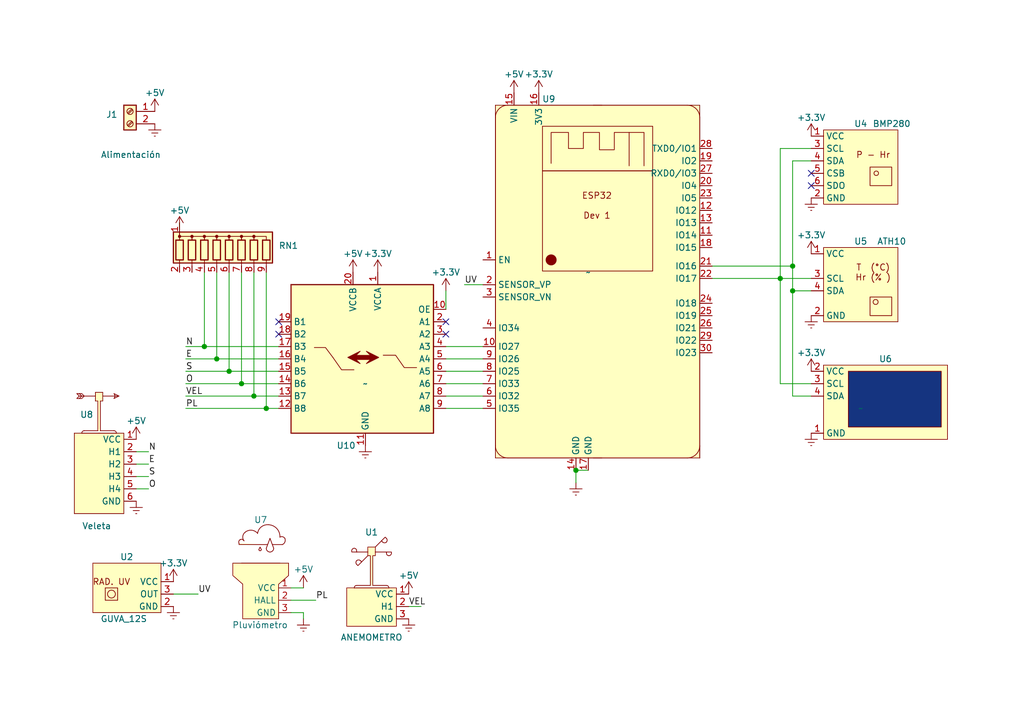
<source format=kicad_sch>
(kicad_sch (version 20230121) (generator eeschema)

  (uuid a607e91b-c45c-4584-b74b-14f2488b46a5)

  (paper "A5")

  (title_block
    (title "Estación Meteorológica")
    (rev "2")
    (company "Taller de Electrónica")
    (comment 1 "Tincho y Chino (+ Nacho)")
    (comment 2 "5ELT1")
    (comment 3 "Proyecto 5to Año")
  )

  (lib_symbols
    (symbol "Connector:Screw_Terminal_01x02" (pin_names (offset 1.016) hide) (in_bom yes) (on_board yes)
      (property "Reference" "J" (at 0 2.54 0)
        (effects (font (size 1.27 1.27)))
      )
      (property "Value" "Screw_Terminal_01x02" (at 0 -5.08 0)
        (effects (font (size 1.27 1.27)))
      )
      (property "Footprint" "" (at 0 0 0)
        (effects (font (size 1.27 1.27)) hide)
      )
      (property "Datasheet" "~" (at 0 0 0)
        (effects (font (size 1.27 1.27)) hide)
      )
      (property "ki_keywords" "screw terminal" (at 0 0 0)
        (effects (font (size 1.27 1.27)) hide)
      )
      (property "ki_description" "Generic screw terminal, single row, 01x02, script generated (kicad-library-utils/schlib/autogen/connector/)" (at 0 0 0)
        (effects (font (size 1.27 1.27)) hide)
      )
      (property "ki_fp_filters" "TerminalBlock*:*" (at 0 0 0)
        (effects (font (size 1.27 1.27)) hide)
      )
      (symbol "Screw_Terminal_01x02_1_1"
        (rectangle (start -1.27 1.27) (end 1.27 -3.81)
          (stroke (width 0.254) (type default))
          (fill (type background))
        )
        (circle (center 0 -2.54) (radius 0.635)
          (stroke (width 0.1524) (type default))
          (fill (type none))
        )
        (polyline
          (pts
            (xy -0.5334 -2.2098)
            (xy 0.3302 -3.048)
          )
          (stroke (width 0.1524) (type default))
          (fill (type none))
        )
        (polyline
          (pts
            (xy -0.5334 0.3302)
            (xy 0.3302 -0.508)
          )
          (stroke (width 0.1524) (type default))
          (fill (type none))
        )
        (polyline
          (pts
            (xy -0.3556 -2.032)
            (xy 0.508 -2.8702)
          )
          (stroke (width 0.1524) (type default))
          (fill (type none))
        )
        (polyline
          (pts
            (xy -0.3556 0.508)
            (xy 0.508 -0.3302)
          )
          (stroke (width 0.1524) (type default))
          (fill (type none))
        )
        (circle (center 0 0) (radius 0.635)
          (stroke (width 0.1524) (type default))
          (fill (type none))
        )
        (pin passive line (at -5.08 0 0) (length 3.81)
          (name "Pin_1" (effects (font (size 1.27 1.27))))
          (number "1" (effects (font (size 1.27 1.27))))
        )
        (pin passive line (at -5.08 -2.54 0) (length 3.81)
          (name "Pin_2" (effects (font (size 1.27 1.27))))
          (number "2" (effects (font (size 1.27 1.27))))
        )
      )
    )
    (symbol "Device:R_Network08" (pin_names (offset 0) hide) (in_bom yes) (on_board yes)
      (property "Reference" "RN" (at -12.7 0 90)
        (effects (font (size 1.27 1.27)))
      )
      (property "Value" "R_Network08" (at 10.16 0 90)
        (effects (font (size 1.27 1.27)))
      )
      (property "Footprint" "Resistor_THT:R_Array_SIP9" (at 12.065 0 90)
        (effects (font (size 1.27 1.27)) hide)
      )
      (property "Datasheet" "http://www.vishay.com/docs/31509/csc.pdf" (at 0 0 0)
        (effects (font (size 1.27 1.27)) hide)
      )
      (property "ki_keywords" "R network star-topology" (at 0 0 0)
        (effects (font (size 1.27 1.27)) hide)
      )
      (property "ki_description" "8 resistor network, star topology, bussed resistors, small symbol" (at 0 0 0)
        (effects (font (size 1.27 1.27)) hide)
      )
      (property "ki_fp_filters" "R?Array?SIP*" (at 0 0 0)
        (effects (font (size 1.27 1.27)) hide)
      )
      (symbol "R_Network08_0_1"
        (rectangle (start -11.43 -3.175) (end 8.89 3.175)
          (stroke (width 0.254) (type default))
          (fill (type background))
        )
        (rectangle (start -10.922 1.524) (end -9.398 -2.54)
          (stroke (width 0.254) (type default))
          (fill (type none))
        )
        (circle (center -10.16 2.286) (radius 0.254)
          (stroke (width 0) (type default))
          (fill (type outline))
        )
        (rectangle (start -8.382 1.524) (end -6.858 -2.54)
          (stroke (width 0.254) (type default))
          (fill (type none))
        )
        (circle (center -7.62 2.286) (radius 0.254)
          (stroke (width 0) (type default))
          (fill (type outline))
        )
        (rectangle (start -5.842 1.524) (end -4.318 -2.54)
          (stroke (width 0.254) (type default))
          (fill (type none))
        )
        (circle (center -5.08 2.286) (radius 0.254)
          (stroke (width 0) (type default))
          (fill (type outline))
        )
        (rectangle (start -3.302 1.524) (end -1.778 -2.54)
          (stroke (width 0.254) (type default))
          (fill (type none))
        )
        (circle (center -2.54 2.286) (radius 0.254)
          (stroke (width 0) (type default))
          (fill (type outline))
        )
        (rectangle (start -0.762 1.524) (end 0.762 -2.54)
          (stroke (width 0.254) (type default))
          (fill (type none))
        )
        (polyline
          (pts
            (xy -10.16 -2.54)
            (xy -10.16 -3.81)
          )
          (stroke (width 0) (type default))
          (fill (type none))
        )
        (polyline
          (pts
            (xy -7.62 -2.54)
            (xy -7.62 -3.81)
          )
          (stroke (width 0) (type default))
          (fill (type none))
        )
        (polyline
          (pts
            (xy -5.08 -2.54)
            (xy -5.08 -3.81)
          )
          (stroke (width 0) (type default))
          (fill (type none))
        )
        (polyline
          (pts
            (xy -2.54 -2.54)
            (xy -2.54 -3.81)
          )
          (stroke (width 0) (type default))
          (fill (type none))
        )
        (polyline
          (pts
            (xy 0 -2.54)
            (xy 0 -3.81)
          )
          (stroke (width 0) (type default))
          (fill (type none))
        )
        (polyline
          (pts
            (xy 2.54 -2.54)
            (xy 2.54 -3.81)
          )
          (stroke (width 0) (type default))
          (fill (type none))
        )
        (polyline
          (pts
            (xy 5.08 -2.54)
            (xy 5.08 -3.81)
          )
          (stroke (width 0) (type default))
          (fill (type none))
        )
        (polyline
          (pts
            (xy 7.62 -2.54)
            (xy 7.62 -3.81)
          )
          (stroke (width 0) (type default))
          (fill (type none))
        )
        (polyline
          (pts
            (xy -10.16 1.524)
            (xy -10.16 2.286)
            (xy -7.62 2.286)
            (xy -7.62 1.524)
          )
          (stroke (width 0) (type default))
          (fill (type none))
        )
        (polyline
          (pts
            (xy -7.62 1.524)
            (xy -7.62 2.286)
            (xy -5.08 2.286)
            (xy -5.08 1.524)
          )
          (stroke (width 0) (type default))
          (fill (type none))
        )
        (polyline
          (pts
            (xy -5.08 1.524)
            (xy -5.08 2.286)
            (xy -2.54 2.286)
            (xy -2.54 1.524)
          )
          (stroke (width 0) (type default))
          (fill (type none))
        )
        (polyline
          (pts
            (xy -2.54 1.524)
            (xy -2.54 2.286)
            (xy 0 2.286)
            (xy 0 1.524)
          )
          (stroke (width 0) (type default))
          (fill (type none))
        )
        (polyline
          (pts
            (xy 0 1.524)
            (xy 0 2.286)
            (xy 2.54 2.286)
            (xy 2.54 1.524)
          )
          (stroke (width 0) (type default))
          (fill (type none))
        )
        (polyline
          (pts
            (xy 2.54 1.524)
            (xy 2.54 2.286)
            (xy 5.08 2.286)
            (xy 5.08 1.524)
          )
          (stroke (width 0) (type default))
          (fill (type none))
        )
        (polyline
          (pts
            (xy 5.08 1.524)
            (xy 5.08 2.286)
            (xy 7.62 2.286)
            (xy 7.62 1.524)
          )
          (stroke (width 0) (type default))
          (fill (type none))
        )
        (circle (center 0 2.286) (radius 0.254)
          (stroke (width 0) (type default))
          (fill (type outline))
        )
        (rectangle (start 1.778 1.524) (end 3.302 -2.54)
          (stroke (width 0.254) (type default))
          (fill (type none))
        )
        (circle (center 2.54 2.286) (radius 0.254)
          (stroke (width 0) (type default))
          (fill (type outline))
        )
        (rectangle (start 4.318 1.524) (end 5.842 -2.54)
          (stroke (width 0.254) (type default))
          (fill (type none))
        )
        (circle (center 5.08 2.286) (radius 0.254)
          (stroke (width 0) (type default))
          (fill (type outline))
        )
        (rectangle (start 6.858 1.524) (end 8.382 -2.54)
          (stroke (width 0.254) (type default))
          (fill (type none))
        )
      )
      (symbol "R_Network08_1_1"
        (pin passive line (at -10.16 5.08 270) (length 2.54)
          (name "common" (effects (font (size 1.27 1.27))))
          (number "1" (effects (font (size 1.27 1.27))))
        )
        (pin passive line (at -10.16 -5.08 90) (length 1.27)
          (name "R1" (effects (font (size 1.27 1.27))))
          (number "2" (effects (font (size 1.27 1.27))))
        )
        (pin passive line (at -7.62 -5.08 90) (length 1.27)
          (name "R2" (effects (font (size 1.27 1.27))))
          (number "3" (effects (font (size 1.27 1.27))))
        )
        (pin passive line (at -5.08 -5.08 90) (length 1.27)
          (name "R3" (effects (font (size 1.27 1.27))))
          (number "4" (effects (font (size 1.27 1.27))))
        )
        (pin passive line (at -2.54 -5.08 90) (length 1.27)
          (name "R4" (effects (font (size 1.27 1.27))))
          (number "5" (effects (font (size 1.27 1.27))))
        )
        (pin passive line (at 0 -5.08 90) (length 1.27)
          (name "R5" (effects (font (size 1.27 1.27))))
          (number "6" (effects (font (size 1.27 1.27))))
        )
        (pin passive line (at 2.54 -5.08 90) (length 1.27)
          (name "R6" (effects (font (size 1.27 1.27))))
          (number "7" (effects (font (size 1.27 1.27))))
        )
        (pin passive line (at 5.08 -5.08 90) (length 1.27)
          (name "R7" (effects (font (size 1.27 1.27))))
          (number "8" (effects (font (size 1.27 1.27))))
        )
        (pin passive line (at 7.62 -5.08 90) (length 1.27)
          (name "R8" (effects (font (size 1.27 1.27))))
          (number "9" (effects (font (size 1.27 1.27))))
        )
      )
    )
    (symbol "Estacion_met:ANEMOMETRO" (in_bom yes) (on_board yes)
      (property "Reference" "U" (at -3.81 2.286 0)
        (effects (font (size 1.27 1.27)))
      )
      (property "Value" "" (at 0 -2.54 0)
        (effects (font (size 1.27 1.27)))
      )
      (property "Footprint" "" (at 0 -2.54 0)
        (effects (font (size 1.27 1.27)) hide)
      )
      (property "Datasheet" "" (at 0 -2.54 0)
        (effects (font (size 1.27 1.27)) hide)
      )
      (symbol "ANEMOMETRO_0_1"
        (arc (start -3.556 11.938) (mid -3.9152 11.7892) (end -4.064 11.43)
          (stroke (width 0) (type default))
          (fill (type none))
        )
        (arc (start -3.048 4.318) (mid -3.4072 4.1692) (end -3.556 3.81)
          (stroke (width 0) (type default))
          (fill (type none))
        )
        (arc (start -3.048 9.398) (mid -3.203 9.017) (end -3.048 8.636)
          (stroke (width 0) (type default))
          (fill (type none))
        )
        (arc (start -3.048 11.43) (mid -3.1968 11.7892) (end -3.556 11.938)
          (stroke (width 0) (type default))
          (fill (type none))
        )
        (arc (start -2.286 9.398) (mid -2.667 9.5529) (end -3.048 9.398)
          (stroke (width 0) (type default))
          (fill (type none))
        )
        (polyline
          (pts
            (xy -3.048 11.176)
            (xy -3.048 11.43)
          )
          (stroke (width 0) (type default))
          (fill (type none))
        )
        (polyline
          (pts
            (xy -2.032 9.144)
            (xy -2.286 9.398)
          )
          (stroke (width 0) (type default))
          (fill (type none))
        )
        (polyline
          (pts
            (xy -0.762 10.414)
            (xy -2.032 9.144)
          )
          (stroke (width 0) (type default))
          (fill (type none))
        )
        (polyline
          (pts
            (xy -0.762 11.176)
            (xy -3.048 11.176)
          )
          (stroke (width 0) (type default))
          (fill (type none))
        )
        (polyline
          (pts
            (xy -0.254 4.318)
            (xy -3.048 4.318)
          )
          (stroke (width 0) (type default))
          (fill (type none))
        )
        (polyline
          (pts
            (xy 0 3.81)
            (xy -3.556 3.81)
          )
          (stroke (width 0) (type default))
          (fill (type none))
        )
        (polyline
          (pts
            (xy 0 3.81)
            (xy 3.556 3.81)
          )
          (stroke (width 0) (type default))
          (fill (type none))
        )
        (polyline
          (pts
            (xy 0.762 11.176)
            (xy 3.048 11.176)
          )
          (stroke (width 0) (type default))
          (fill (type none))
        )
        (polyline
          (pts
            (xy 0.762 12.192)
            (xy 2.032 13.462)
          )
          (stroke (width 0) (type default))
          (fill (type none))
        )
        (polyline
          (pts
            (xy 2.032 13.462)
            (xy 2.286 13.208)
          )
          (stroke (width 0) (type default))
          (fill (type none))
        )
        (polyline
          (pts
            (xy 3.048 11.176)
            (xy 3.048 10.922)
          )
          (stroke (width 0) (type default))
          (fill (type none))
        )
        (polyline
          (pts
            (xy -4.064 11.43)
            (xy -4.064 11.176)
            (xy -3.048 11.176)
          )
          (stroke (width 0) (type default))
          (fill (type none))
        )
        (polyline
          (pts
            (xy -3.048 8.636)
            (xy -2.794 8.382)
            (xy -2.032 9.144)
          )
          (stroke (width 0) (type default))
          (fill (type none))
        )
        (polyline
          (pts
            (xy 3.048 13.97)
            (xy 2.794 14.224)
            (xy 2.032 13.462)
          )
          (stroke (width 0) (type default))
          (fill (type none))
        )
        (polyline
          (pts
            (xy 4.064 10.922)
            (xy 4.064 11.176)
            (xy 3.048 11.176)
          )
          (stroke (width 0) (type default))
          (fill (type none))
        )
        (arc (start 2.286 13.208) (mid 2.667 13.0531) (end 3.048 13.208)
          (stroke (width 0) (type default))
          (fill (type none))
        )
        (arc (start 3.048 10.922) (mid 3.1968 10.5628) (end 3.556 10.414)
          (stroke (width 0) (type default))
          (fill (type none))
        )
        (arc (start 3.048 13.208) (mid 3.2029 13.589) (end 3.048 13.97)
          (stroke (width 0) (type default))
          (fill (type none))
        )
        (arc (start 3.556 3.81) (mid 3.4072 4.1692) (end 3.048 4.318)
          (stroke (width 0) (type default))
          (fill (type none))
        )
        (arc (start 3.556 10.414) (mid 3.9152 10.5628) (end 4.064 10.922)
          (stroke (width 0) (type default))
          (fill (type none))
        )
      )
      (symbol "ANEMOMETRO_1_1"
        (rectangle (start -5.08 3.81) (end 5.08 -4.064)
          (stroke (width 0) (type default))
          (fill (type background))
        )
        (polyline
          (pts
            (xy 0.254 4.318)
            (xy 3.048 4.318)
          )
          (stroke (width 0) (type default))
          (fill (type background))
        )
        (polyline
          (pts
            (xy 0.254 4.318)
            (xy 0.254 10.414)
            (xy 0.762 10.414)
            (xy 0.762 12.192)
            (xy -0.762 12.192)
            (xy -0.762 10.414)
            (xy -0.254 10.414)
            (xy -0.254 4.318)
            (xy -0.254 4.318)
          )
          (stroke (width 0) (type default))
          (fill (type background))
        )
        (pin passive line (at 7.62 2.54 180) (length 2.54)
          (name "VCC" (effects (font (size 1.27 1.27))))
          (number "1" (effects (font (size 1.27 1.27))))
        )
        (pin passive line (at 7.62 0 180) (length 2.54)
          (name "H1" (effects (font (size 1.27 1.27))))
          (number "2" (effects (font (size 1.27 1.27))))
        )
        (pin passive line (at 7.62 -2.54 180) (length 2.54)
          (name "GND" (effects (font (size 1.27 1.27))))
          (number "3" (effects (font (size 1.27 1.27))))
        )
      )
    )
    (symbol "Estacion_met:ATH10" (in_bom yes) (on_board yes)
      (property "Reference" "U" (at -6.35 7.62 0)
        (effects (font (size 1.27 1.27)))
      )
      (property "Value" "" (at 0 0 0)
        (effects (font (size 1.27 1.27)))
      )
      (property "Footprint" "" (at 0 0 0)
        (effects (font (size 1.27 1.27)) hide)
      )
      (property "Datasheet" "" (at 0 0 0)
        (effects (font (size 1.27 1.27)) hide)
      )
      (symbol "ATH10_1_1"
        (rectangle (start -7.62 8.89) (end 7.62 -6.35)
          (stroke (width 0) (type default))
          (fill (type background))
        )
        (rectangle (start -6.35 -1.27) (end -1.905 -5.08)
          (stroke (width 0) (type default))
          (fill (type none))
        )
        (circle (center -3.048 -2.286) (radius 0.508)
          (stroke (width 0) (type default))
          (fill (type none))
        )
        (text " T  (°C) \nHr (% )" (at -2.54 3.81 0)
          (effects (font (size 1.27 1.27)))
        )
        (pin passive line (at 10.16 7.62 180) (length 2.54)
          (name "VCC" (effects (font (size 1.27 1.27))))
          (number "1" (effects (font (size 1.27 1.27))))
        )
        (pin passive line (at 10.16 -5.08 180) (length 2.54)
          (name "GND" (effects (font (size 1.27 1.27))))
          (number "2" (effects (font (size 1.27 1.27))))
        )
        (pin passive line (at 10.16 2.54 180) (length 2.54)
          (name "SCL" (effects (font (size 1.27 1.27))))
          (number "3" (effects (font (size 1.27 1.27))))
        )
        (pin passive line (at 10.16 0 180) (length 2.54)
          (name "SDA" (effects (font (size 1.27 1.27))))
          (number "4" (effects (font (size 1.27 1.27))))
        )
      )
    )
    (symbol "Estacion_met:BMP280" (in_bom yes) (on_board yes)
      (property "Reference" "U" (at -6.35 7.62 0)
        (effects (font (size 1.27 1.27)))
      )
      (property "Value" "" (at 0 0 0)
        (effects (font (size 1.27 1.27)))
      )
      (property "Footprint" "" (at 0 0 0)
        (effects (font (size 1.27 1.27)) hide)
      )
      (property "Datasheet" "" (at 0 0 0)
        (effects (font (size 1.27 1.27)) hide)
      )
      (symbol "BMP280_1_1"
        (rectangle (start -7.62 8.89) (end 7.62 -6.35)
          (stroke (width 0) (type default))
          (fill (type background))
        )
        (rectangle (start -6.35 1.27) (end -1.905 -2.54)
          (stroke (width 0) (type default))
          (fill (type none))
        )
        (circle (center -3.175 0) (radius 0.4579)
          (stroke (width 0) (type default))
          (fill (type none))
        )
        (text "P - Hr" (at -2.54 3.81 0)
          (effects (font (size 1.27 1.27)))
        )
        (pin passive line (at 10.16 7.62 180) (length 2.54)
          (name "VCC" (effects (font (size 1.27 1.27))))
          (number "1" (effects (font (size 1.27 1.27))))
        )
        (pin passive line (at 10.16 -5.08 180) (length 2.54)
          (name "GND" (effects (font (size 1.27 1.27))))
          (number "2" (effects (font (size 1.27 1.27))))
        )
        (pin passive line (at 10.16 5.08 180) (length 2.54)
          (name "SCL" (effects (font (size 1.27 1.27))))
          (number "3" (effects (font (size 1.27 1.27))))
        )
        (pin passive line (at 10.16 2.54 180) (length 2.54)
          (name "SDA" (effects (font (size 1.27 1.27))))
          (number "4" (effects (font (size 1.27 1.27))))
        )
        (pin passive line (at 10.16 0 180) (length 2.54)
          (name "CSB" (effects (font (size 1.27 1.27))))
          (number "5" (effects (font (size 1.27 1.27))))
        )
        (pin passive line (at 10.16 -2.54 180) (length 2.54)
          (name "SDO" (effects (font (size 1.27 1.27))))
          (number "6" (effects (font (size 1.27 1.27))))
        )
      )
    )
    (symbol "Estacion_met:ESP32_DEV1" (in_bom yes) (on_board yes)
      (property "Reference" "U" (at -1.27 33.02 0)
        (effects (font (size 1.27 1.27)))
      )
      (property "Value" "" (at 0 0 0)
        (effects (font (size 1.27 1.27)))
      )
      (property "Footprint" "" (at 0 0 0)
        (effects (font (size 1.27 1.27)) hide)
      )
      (property "Datasheet" "" (at 0 0 0)
        (effects (font (size 1.27 1.27)) hide)
      )
      (symbol "ESP32_DEV1_0_1"
        (rectangle (start -9.398 20.828) (end 13.208 0.254)
          (stroke (width 0) (type default))
          (fill (type none))
        )
        (rectangle (start -9.398 29.972) (end 13.208 20.828)
          (stroke (width 0) (type default))
          (fill (type none))
        )
        (polyline
          (pts
            (xy 8.382 28.702)
            (xy 8.382 21.844)
          )
          (stroke (width 0) (type default))
          (fill (type none))
        )
        (polyline
          (pts
            (xy -7.62 22.352)
            (xy -7.62 28.702)
            (xy -4.064 28.702)
            (xy -4.064 25.4)
            (xy -1.016 25.4)
            (xy -1.016 28.702)
            (xy 2.286 28.702)
            (xy 2.286 25.146)
            (xy 5.334 25.146)
            (xy 5.334 28.702)
            (xy 11.43 28.702)
            (xy 11.43 21.844)
          )
          (stroke (width 0) (type default))
          (fill (type none))
        )
      )
      (symbol "ESP32_DEV1_1_1"
        (arc (start -19.05 -35.56) (mid -18.3055 -37.3555) (end -16.51 -38.1)
          (stroke (width 0) (type default))
          (fill (type none))
        )
        (rectangle (start -19.05 34.29) (end 22.86 -38.1)
          (stroke (width 0) (type default))
          (fill (type background))
        )
        (arc (start -16.51 34.29) (mid -18.3061 33.5461) (end -19.05 31.75)
          (stroke (width 0) (type default))
          (fill (type none))
        )
        (circle (center -7.62 2.54) (radius 1.0473)
          (stroke (width 0) (type default))
          (fill (type outline))
        )
        (polyline
          (pts
            (xy -19.05 -35.56)
            (xy -19.05 31.75)
          )
          (stroke (width 0) (type default))
          (fill (type background))
        )
        (polyline
          (pts
            (xy -16.51 -38.1)
            (xy 2.794 -38.1)
          )
          (stroke (width 0) (type default))
          (fill (type none))
        )
        (polyline
          (pts
            (xy -16.51 34.29)
            (xy 2.794 34.29)
          )
          (stroke (width 0) (type default))
          (fill (type none))
        )
        (polyline
          (pts
            (xy 20.324 -38.104)
            (xy 1.02 -38.104)
          )
          (stroke (width 0) (type default))
          (fill (type none))
        )
        (polyline
          (pts
            (xy 20.324 34.29)
            (xy 1.02 34.29)
          )
          (stroke (width 0) (type default))
          (fill (type background))
        )
        (polyline
          (pts
            (xy 22.86 12.446)
            (xy 22.86 -38.1)
          )
          (stroke (width 0) (type default))
          (fill (type none))
        )
        (polyline
          (pts
            (xy 22.864 17.526)
            (xy 22.864 31.75)
          )
          (stroke (width 0) (type default))
          (fill (type none))
        )
        (arc (start 20.324 -38.104) (mid 22.1189 -37.3589) (end 22.864 -35.564)
          (stroke (width 0) (type default))
          (fill (type none))
        )
        (rectangle (start 22.86 -38.1) (end 22.86 -38.1)
          (stroke (width 0) (type default))
          (fill (type none))
        )
        (rectangle (start 22.86 -38.1) (end 22.86 -38.1)
          (stroke (width 0) (type default))
          (fill (type none))
        )
        (arc (start 22.864 31.75) (mid 22.1195 33.5455) (end 20.324 34.29)
          (stroke (width 0) (type default))
          (fill (type none))
        )
        (text "ESP32\n\nDev 1" (at 1.778 13.716 0)
          (effects (font (size 1.27 1.27)))
        )
        (pin input line (at -21.59 2.54 0) (length 2.54)
          (name "EN" (effects (font (size 1.27 1.27))))
          (number "1" (effects (font (size 1.27 1.27))))
        )
        (pin bidirectional line (at -21.59 -15.24 0) (length 2.54)
          (name "IO27" (effects (font (size 1.27 1.27))))
          (number "10" (effects (font (size 1.27 1.27))))
        )
        (pin bidirectional line (at 25.4 7.62 180) (length 2.54)
          (name "IO14" (effects (font (size 1.27 1.27))))
          (number "11" (effects (font (size 1.27 1.27))))
        )
        (pin bidirectional line (at 25.4 12.7 180) (length 2.54)
          (name "IO12" (effects (font (size 1.27 1.27))))
          (number "12" (effects (font (size 1.27 1.27))))
        )
        (pin bidirectional line (at 25.4 10.16 180) (length 2.54)
          (name "IO13" (effects (font (size 1.27 1.27))))
          (number "13" (effects (font (size 1.27 1.27))))
        )
        (pin power_in line (at -2.54 -40.64 90) (length 2.54)
          (name "GND" (effects (font (size 1.27 1.27))))
          (number "14" (effects (font (size 1.27 1.27))))
        )
        (pin power_in line (at -15.24 36.83 270) (length 2.54)
          (name "VIN" (effects (font (size 1.27 1.27))))
          (number "15" (effects (font (size 1.27 1.27))))
        )
        (pin power_in line (at -10.16 36.83 270) (length 2.54)
          (name "3V3" (effects (font (size 1.27 1.27))))
          (number "16" (effects (font (size 1.27 1.27))))
        )
        (pin power_in line (at 0 -40.64 90) (length 2.54)
          (name "GND" (effects (font (size 1.27 1.27))))
          (number "17" (effects (font (size 1.27 1.27))))
        )
        (pin bidirectional line (at 25.4 5.08 180) (length 2.54)
          (name "IO15" (effects (font (size 1.27 1.27))))
          (number "18" (effects (font (size 1.27 1.27))))
        )
        (pin bidirectional line (at 25.4 22.86 180) (length 2.54)
          (name "IO2" (effects (font (size 1.27 1.27))))
          (number "19" (effects (font (size 1.27 1.27))))
        )
        (pin input line (at -21.59 -2.54 0) (length 2.54)
          (name "SENSOR_VP" (effects (font (size 1.27 1.27))))
          (number "2" (effects (font (size 1.27 1.27))))
        )
        (pin bidirectional line (at 25.4 17.78 180) (length 2.54)
          (name "IO4" (effects (font (size 1.27 1.27))))
          (number "20" (effects (font (size 1.27 1.27))))
        )
        (pin bidirectional line (at 25.4 1.27 180) (length 2.54)
          (name "IO16" (effects (font (size 1.27 1.27))))
          (number "21" (effects (font (size 1.27 1.27))))
        )
        (pin bidirectional line (at 25.4 -1.27 180) (length 2.54)
          (name "IO17" (effects (font (size 1.27 1.27))))
          (number "22" (effects (font (size 1.27 1.27))))
        )
        (pin bidirectional line (at 25.4 15.24 180) (length 2.54)
          (name "IO5" (effects (font (size 1.27 1.27))))
          (number "23" (effects (font (size 1.27 1.27))))
        )
        (pin bidirectional line (at 25.4 -6.35 180) (length 2.54)
          (name "IO18" (effects (font (size 1.27 1.27))))
          (number "24" (effects (font (size 1.27 1.27))))
        )
        (pin bidirectional line (at 25.4 -8.89 180) (length 2.54)
          (name "IO19" (effects (font (size 1.27 1.27))))
          (number "25" (effects (font (size 1.27 1.27))))
        )
        (pin bidirectional line (at 25.4 -11.43 180) (length 2.54)
          (name "IO21" (effects (font (size 1.27 1.27))))
          (number "26" (effects (font (size 1.27 1.27))))
        )
        (pin bidirectional line (at 25.4 20.32 180) (length 2.54)
          (name "RXD0/IO3" (effects (font (size 1.27 1.27))))
          (number "27" (effects (font (size 1.27 1.27))))
        )
        (pin bidirectional line (at 25.4 25.4 180) (length 2.54)
          (name "TXD0/IO1" (effects (font (size 1.27 1.27))))
          (number "28" (effects (font (size 1.27 1.27))))
        )
        (pin bidirectional line (at 25.4 -13.97 180) (length 2.54)
          (name "IO22" (effects (font (size 1.27 1.27))))
          (number "29" (effects (font (size 1.27 1.27))))
        )
        (pin input line (at -21.59 -5.08 0) (length 2.54)
          (name "SENSOR_VN" (effects (font (size 1.27 1.27))))
          (number "3" (effects (font (size 1.27 1.27))))
        )
        (pin bidirectional line (at 25.4 -16.51 180) (length 2.54)
          (name "IO23" (effects (font (size 1.27 1.27))))
          (number "30" (effects (font (size 1.27 1.27))))
        )
        (pin input line (at -21.59 -11.43 0) (length 2.54)
          (name "IO34" (effects (font (size 1.27 1.27))))
          (number "4" (effects (font (size 1.27 1.27))))
        )
        (pin input line (at -21.59 -27.94 0) (length 2.54)
          (name "IO35" (effects (font (size 1.27 1.27))))
          (number "5" (effects (font (size 1.27 1.27))))
        )
        (pin bidirectional line (at -21.59 -25.4 0) (length 2.54)
          (name "IO32" (effects (font (size 1.27 1.27))))
          (number "6" (effects (font (size 1.27 1.27))))
        )
        (pin bidirectional line (at -21.59 -22.86 0) (length 2.54)
          (name "IO33" (effects (font (size 1.27 1.27))))
          (number "7" (effects (font (size 1.27 1.27))))
        )
        (pin bidirectional line (at -21.59 -20.32 0) (length 2.54)
          (name "IO25" (effects (font (size 1.27 1.27))))
          (number "8" (effects (font (size 1.27 1.27))))
        )
        (pin bidirectional line (at -21.59 -17.78 0) (length 2.54)
          (name "IO26" (effects (font (size 1.27 1.27))))
          (number "9" (effects (font (size 1.27 1.27))))
        )
      )
    )
    (symbol "Estacion_met:GUVA-S12" (in_bom yes) (on_board yes)
      (property "Reference" "U" (at -11.43 2.54 0)
        (effects (font (size 1.27 1.27)))
      )
      (property "Value" "" (at 0 0 0)
        (effects (font (size 1.27 1.27)))
      )
      (property "Footprint" "" (at 0 0 0)
        (effects (font (size 1.27 1.27)) hide)
      )
      (property "Datasheet" "" (at 0 0 0)
        (effects (font (size 1.27 1.27)) hide)
      )
      (symbol "GUVA-S12_1_1"
        (rectangle (start -12.7 3.81) (end 1.27 -6.35)
          (stroke (width 0) (type default))
          (fill (type background))
        )
        (rectangle (start -10.16 -1.27) (end -7.62 -3.81)
          (stroke (width 0) (type default))
          (fill (type none))
        )
        (circle (center -8.89 -2.54) (radius 0.8032)
          (stroke (width 0) (type default))
          (fill (type background))
        )
        (text "RAD. UV" (at -8.89 0 0)
          (effects (font (size 1.27 1.27)))
        )
        (pin passive line (at 3.81 0 180) (length 2.54)
          (name "VCC" (effects (font (size 1.27 1.27))))
          (number "1" (effects (font (size 1.27 1.27))))
        )
        (pin passive line (at 3.81 -5.08 180) (length 2.54)
          (name "GND" (effects (font (size 1.27 1.27))))
          (number "2" (effects (font (size 1.27 1.27))))
        )
        (pin passive line (at 3.81 -2.54 180) (length 2.54)
          (name "OUT" (effects (font (size 1.27 1.27))))
          (number "3" (effects (font (size 1.27 1.27))))
        )
      )
    )
    (symbol "Estacion_met:OLED" (in_bom yes) (on_board yes)
      (property "Reference" "U" (at -16.51 10.16 0)
        (effects (font (size 1.27 1.27)))
      )
      (property "Value" "" (at 0 0 0)
        (effects (font (size 1.27 1.27)))
      )
      (property "Footprint" "" (at 0 0 0)
        (effects (font (size 1.27 1.27)) hide)
      )
      (property "Datasheet" "" (at 0 0 0)
        (effects (font (size 1.27 1.27)) hide)
      )
      (symbol "OLED_1_1"
        (rectangle (start -17.78 8.89) (end 7.62 -6.35)
          (stroke (width 0) (type default))
          (fill (type background))
        )
        (rectangle (start -16.51 7.62) (end 2.54 -3.81)
          (stroke (width 0) (type default))
          (fill (type color) (color 21 52 128 1))
        )
        (pin passive line (at 10.16 -5.08 180) (length 2.54)
          (name "GND" (effects (font (size 1.27 1.27))))
          (number "1" (effects (font (size 1.27 1.27))))
        )
        (pin passive line (at 10.16 7.62 180) (length 2.54)
          (name "VCC" (effects (font (size 1.27 1.27))))
          (number "2" (effects (font (size 1.27 1.27))))
        )
        (pin passive line (at 10.16 5.08 180) (length 2.54)
          (name "SCL" (effects (font (size 1.27 1.27))))
          (number "3" (effects (font (size 1.27 1.27))))
        )
        (pin passive line (at 10.16 2.54 180) (length 2.54)
          (name "SDA" (effects (font (size 1.27 1.27))))
          (number "4" (effects (font (size 1.27 1.27))))
        )
      )
    )
    (symbol "Estacion_met:PLUVIOMETRO" (in_bom yes) (on_board yes)
      (property "Reference" "U" (at -5.08 -13.208 0)
        (effects (font (size 1.27 1.27)))
      )
      (property "Value" "" (at -1.778 0 0)
        (effects (font (size 1.27 1.27)))
      )
      (property "Footprint" "" (at -1.778 0 0)
        (effects (font (size 1.27 1.27)) hide)
      )
      (property "Datasheet" "" (at -1.778 0 0)
        (effects (font (size 1.27 1.27)) hide)
      )
      (symbol "PLUVIOMETRO_0_1"
        (arc (start -4.064 4.826) (mid -4.3488 4.4976) (end -4.318 4.064)
          (stroke (width 0) (type default))
          (fill (type none))
        )
        (arc (start -3.302 4.572) (mid -3.6304 4.8568) (end -4.064 4.826)
          (stroke (width 0) (type default))
          (fill (type none))
        )
        (arc (start -3.048 6.35) (mid -3.5432 5.5136) (end -3.302 4.572)
          (stroke (width 0) (type default))
          (fill (type none))
        )
        (arc (start -0.508 6.096) (mid -1.7254 6.7491) (end -3.048 6.35)
          (stroke (width 0) (type default))
          (fill (type none))
        )
        (arc (start 1.778 7.874) (mid 0.2668 7.4584) (end -0.508 6.096)
          (stroke (width 0) (type default))
          (fill (type none))
        )
        (arc (start 4.064 5.334) (mid 3.4471 7.0774) (end 1.778 7.874)
          (stroke (width 0) (type default))
          (fill (type none))
        )
        (arc (start 4.572 3.81) (mid 5.0885 4.34) (end 5.08 5.08)
          (stroke (width 0) (type default))
          (fill (type none))
        )
        (arc (start 5.08 5.08) (mid 4.6242 5.416) (end 4.064 5.334)
          (stroke (width 0) (type default))
          (fill (type none))
        )
      )
      (symbol "PLUVIOMETRO_1_1"
        (arc (start -0.254 2.794) (mid -0.1796 2.6144) (end 0 2.54)
          (stroke (width 0) (type default))
          (fill (type none))
        )
        (polyline
          (pts
            (xy 1.27 3.048)
            (xy 2.032 5.08)
          )
          (stroke (width 0) (type default))
          (fill (type outline))
        )
        (polyline
          (pts
            (xy 2.032 5.08)
            (xy 2.794 3.048)
          )
          (stroke (width 0) (type default))
          (fill (type outline))
        )
        (polyline
          (pts
            (xy 4.572 3.81)
            (xy 2.54 3.81)
          )
          (stroke (width 0) (type default))
          (fill (type none))
        )
        (polyline
          (pts
            (xy 0.254 2.794)
            (xy 0 3.302)
            (xy -0.254 2.794)
          )
          (stroke (width 0) (type default))
          (fill (type none))
        )
        (polyline
          (pts
            (xy 1.524 3.81)
            (xy -4.318 3.81)
            (xy -4.318 4.064)
          )
          (stroke (width 0) (type default))
          (fill (type background))
        )
        (polyline
          (pts
            (xy -3.81 0)
            (xy 5.842 0)
            (xy 5.842 -2.54)
            (xy 3.81 -4.318)
            (xy 3.81 -11.43)
            (xy 2.286 -11.43)
          )
          (stroke (width 0) (type default))
          (fill (type background))
        )
        (polyline
          (pts
            (xy 4.064 0)
            (xy -5.588 0)
            (xy -5.588 -2.54)
            (xy -3.556 -4.318)
            (xy -3.556 -11.43)
            (xy 2.286 -11.43)
          )
          (stroke (width 0) (type default))
          (fill (type background))
        )
        (arc (start 0 2.54) (mid 0.1796 2.6144) (end 0.254 2.794)
          (stroke (width 0) (type default))
          (fill (type none))
        )
        (arc (start 1.27 3.048) (mid 1.4932 2.5092) (end 2.032 2.286)
          (stroke (width 0) (type default))
          (fill (type none))
        )
        (arc (start 2.032 2.286) (mid 2.5708 2.5092) (end 2.794 3.048)
          (stroke (width 0) (type default))
          (fill (type none))
        )
        (pin passive line (at 6.35 -5.08 180) (length 2.54)
          (name "VCC" (effects (font (size 1.27 1.27))))
          (number "1" (effects (font (size 1.27 1.27))))
        )
        (pin passive line (at 6.35 -7.62 180) (length 2.54)
          (name "HALL" (effects (font (size 1.27 1.27))))
          (number "2" (effects (font (size 1.27 1.27))))
        )
        (pin passive line (at 6.35 -10.16 180) (length 2.54)
          (name "GND" (effects (font (size 1.27 1.27))))
          (number "3" (effects (font (size 1.27 1.27))))
        )
      )
    )
    (symbol "Estacion_met:TXS0108EPW" (in_bom yes) (on_board yes)
      (property "Reference" "U" (at -11.43 19.05 0)
        (effects (font (size 1.27 1.27)))
      )
      (property "Value" "" (at 0 0 0)
        (effects (font (size 1.27 1.27)))
      )
      (property "Footprint" "" (at 0 0 0)
        (effects (font (size 1.27 1.27)) hide)
      )
      (property "Datasheet" "" (at 0 0 0)
        (effects (font (size 1.27 1.27)) hide)
      )
      (symbol "TXS0108EPW_0_1"
        (rectangle (start -13.97 20.32) (end 15.24 -10.16)
          (stroke (width 0.254) (type default))
          (fill (type background))
        )
        (polyline
          (pts
            (xy 6.6548 5.3848)
            (xy 8.1788 7.4168)
            (xy 10.4648 7.4168)
          )
          (stroke (width 0) (type default))
          (fill (type none))
        )
        (polyline
          (pts
            (xy -10.5156 3.302)
            (xy -7.9756 3.302)
            (xy -6.1976 5.842)
            (xy -3.6576 5.842)
          )
          (stroke (width 0) (type default))
          (fill (type none))
        )
        (polyline
          (pts
            (xy 2.3368 2.8448)
            (xy 4.8768 2.8448)
            (xy 6.6548 5.3848)
            (xy 6.6548 5.3848)
          )
          (stroke (width 0) (type default))
          (fill (type none))
        )
      )
      (symbol "TXS0108EPW_1_1"
        (polyline
          (pts
            (xy -1.4732 5.3848)
            (xy 2.3368 5.3848)
          )
          (stroke (width 1) (type solid))
          (fill (type none))
        )
        (polyline
          (pts
            (xy 1.0668 5.3848)
            (xy 1.0668 5.3848)
          )
          (stroke (width 2) (type default))
          (fill (type outline))
        )
        (polyline
          (pts
            (xy -1.4732 5.3848)
            (xy -0.2032 6.6548)
            (xy -2.7432 5.3848)
            (xy -0.2032 4.1148)
            (xy -1.4732 5.3848)
          )
          (stroke (width 0) (type default))
          (fill (type outline))
        )
        (polyline
          (pts
            (xy 2.3368 5.3848)
            (xy 1.0668 6.6548)
            (xy 3.6068 5.3848)
            (xy 1.0668 4.1148)
            (xy 2.3368 5.3848)
          )
          (stroke (width 0) (type default))
          (fill (type outline))
        )
        (pin power_in line (at -2.54 22.86 270) (length 2.54)
          (name "VCCA" (effects (font (size 1.27 1.27))))
          (number "1" (effects (font (size 1.27 1.27))))
        )
        (pin input line (at -16.51 15.24 0) (length 2.54)
          (name "OE" (effects (font (size 1.27 1.27))))
          (number "10" (effects (font (size 1.27 1.27))))
        )
        (pin power_in line (at 0 -12.7 90) (length 2.54)
          (name "GND" (effects (font (size 1.27 1.27))))
          (number "11" (effects (font (size 1.27 1.27))))
        )
        (pin bidirectional line (at 17.78 -5.08 180) (length 2.54)
          (name "B8" (effects (font (size 1.27 1.27))))
          (number "12" (effects (font (size 1.27 1.27))))
        )
        (pin bidirectional line (at 17.78 -2.54 180) (length 2.54)
          (name "B7" (effects (font (size 1.27 1.27))))
          (number "13" (effects (font (size 1.27 1.27))))
        )
        (pin bidirectional line (at 17.78 0 180) (length 2.54)
          (name "B6" (effects (font (size 1.27 1.27))))
          (number "14" (effects (font (size 1.27 1.27))))
        )
        (pin bidirectional line (at 17.78 2.54 180) (length 2.54)
          (name "B5" (effects (font (size 1.27 1.27))))
          (number "15" (effects (font (size 1.27 1.27))))
        )
        (pin bidirectional line (at 17.78 5.08 180) (length 2.54)
          (name "B4" (effects (font (size 1.27 1.27))))
          (number "16" (effects (font (size 1.27 1.27))))
        )
        (pin bidirectional line (at 17.78 7.62 180) (length 2.54)
          (name "B3" (effects (font (size 1.27 1.27))))
          (number "17" (effects (font (size 1.27 1.27))))
        )
        (pin bidirectional line (at 17.78 10.16 180) (length 2.54)
          (name "B2" (effects (font (size 1.27 1.27))))
          (number "18" (effects (font (size 1.27 1.27))))
        )
        (pin bidirectional line (at 17.78 12.7 180) (length 2.54)
          (name "B1" (effects (font (size 1.27 1.27))))
          (number "19" (effects (font (size 1.27 1.27))))
        )
        (pin bidirectional line (at -16.51 12.7 0) (length 2.54)
          (name "A1" (effects (font (size 1.27 1.27))))
          (number "2" (effects (font (size 1.27 1.27))))
        )
        (pin power_in line (at 2.54 22.86 270) (length 2.54)
          (name "VCCB" (effects (font (size 1.27 1.27))))
          (number "20" (effects (font (size 1.27 1.27))))
        )
        (pin bidirectional line (at -16.51 10.16 0) (length 2.54)
          (name "A2" (effects (font (size 1.27 1.27))))
          (number "3" (effects (font (size 1.27 1.27))))
        )
        (pin bidirectional line (at -16.51 7.62 0) (length 2.54)
          (name "A3" (effects (font (size 1.27 1.27))))
          (number "4" (effects (font (size 1.27 1.27))))
        )
        (pin bidirectional line (at -16.51 5.08 0) (length 2.54)
          (name "A4" (effects (font (size 1.27 1.27))))
          (number "5" (effects (font (size 1.27 1.27))))
        )
        (pin bidirectional line (at -16.51 2.54 0) (length 2.54)
          (name "A5" (effects (font (size 1.27 1.27))))
          (number "6" (effects (font (size 1.27 1.27))))
        )
        (pin bidirectional line (at -16.51 0 0) (length 2.54)
          (name "A6" (effects (font (size 1.27 1.27))))
          (number "7" (effects (font (size 1.27 1.27))))
        )
        (pin bidirectional line (at -16.51 -2.54 0) (length 2.54)
          (name "A7" (effects (font (size 1.27 1.27))))
          (number "8" (effects (font (size 1.27 1.27))))
        )
        (pin bidirectional line (at -16.51 -5.08 0) (length 2.54)
          (name "A8" (effects (font (size 1.27 1.27))))
          (number "9" (effects (font (size 1.27 1.27))))
        )
      )
    )
    (symbol "Estacion_met:VELETA" (in_bom yes) (on_board yes)
      (property "Reference" "U" (at -3.556 2.286 0)
        (effects (font (size 1.27 1.27)))
      )
      (property "Value" "" (at -0.254 6.858 0)
        (effects (font (size 1.27 1.27)))
      )
      (property "Footprint" "" (at -0.254 6.858 0)
        (effects (font (size 1.27 1.27)) hide)
      )
      (property "Datasheet" "" (at -0.254 6.858 0)
        (effects (font (size 1.27 1.27)) hide)
      )
      (symbol "VELETA_0_1"
        (arc (start -3.048 6.858) (mid -3.4072 6.7092) (end -3.556 6.35)
          (stroke (width 0) (type default))
          (fill (type none))
        )
        (polyline
          (pts
            (xy -0.762 13.97)
            (xy -4.064 13.97)
          )
          (stroke (width 0) (type default))
          (fill (type none))
        )
        (polyline
          (pts
            (xy -0.254 6.858)
            (xy -3.048 6.858)
          )
          (stroke (width 0) (type default))
          (fill (type none))
        )
        (polyline
          (pts
            (xy 0 6.35)
            (xy -3.556 6.35)
          )
          (stroke (width 0) (type default))
          (fill (type none))
        )
        (polyline
          (pts
            (xy 0 6.35)
            (xy 3.556 6.35)
          )
          (stroke (width 0) (type default))
          (fill (type none))
        )
        (polyline
          (pts
            (xy 0.762 13.97)
            (xy 4.064 13.97)
          )
          (stroke (width 0) (type default))
          (fill (type none))
        )
        (polyline
          (pts
            (xy -4.064 14.478)
            (xy -3.556 13.97)
            (xy -4.064 13.462)
          )
          (stroke (width 0) (type default))
          (fill (type none))
        )
        (polyline
          (pts
            (xy 4.064 13.97)
            (xy 3.048 14.478)
            (xy 3.302 13.97)
            (xy 3.048 13.462)
            (xy 4.064 13.97)
          )
          (stroke (width 0) (type default))
          (fill (type none))
        )
        (polyline
          (pts
            (xy -4.064 13.97)
            (xy -4.572 14.478)
            (xy -3.556 14.478)
            (xy -3.048 13.97)
            (xy -3.556 13.462)
            (xy -4.572 13.462)
            (xy -4.064 13.97)
          )
          (stroke (width 0) (type default))
          (fill (type none))
        )
        (arc (start 3.556 6.35) (mid 3.4072 6.7092) (end 3.048 6.858)
          (stroke (width 0) (type default))
          (fill (type none))
        )
      )
      (symbol "VELETA_1_1"
        (rectangle (start -5.08 6.35) (end 5.08 -10.16)
          (stroke (width 0) (type default))
          (fill (type background))
        )
        (polyline
          (pts
            (xy 0.254 6.858)
            (xy 3.048 6.858)
          )
          (stroke (width 0) (type default))
          (fill (type background))
        )
        (polyline
          (pts
            (xy 0.254 6.858)
            (xy 0.254 12.954)
            (xy 0.762 12.954)
            (xy 0.762 14.732)
            (xy -0.762 14.732)
            (xy -0.762 12.954)
            (xy -0.254 12.954)
            (xy -0.254 6.858)
            (xy -0.254 6.858)
          )
          (stroke (width 0) (type default))
          (fill (type background))
        )
        (pin passive line (at 7.62 5.08 180) (length 2.54)
          (name "VCC" (effects (font (size 1.27 1.27))))
          (number "1" (effects (font (size 1.27 1.27))))
        )
        (pin passive line (at 7.62 2.54 180) (length 2.54)
          (name "H1" (effects (font (size 1.27 1.27))))
          (number "2" (effects (font (size 1.27 1.27))))
        )
        (pin passive line (at 7.62 0 180) (length 2.54)
          (name "H2" (effects (font (size 1.27 1.27))))
          (number "3" (effects (font (size 1.27 1.27))))
        )
        (pin passive line (at 7.62 -2.54 180) (length 2.54)
          (name "H3" (effects (font (size 1.27 1.27))))
          (number "4" (effects (font (size 1.27 1.27))))
        )
        (pin passive line (at 7.62 -5.08 180) (length 2.54)
          (name "H4" (effects (font (size 1.27 1.27))))
          (number "5" (effects (font (size 1.27 1.27))))
        )
        (pin passive line (at 7.62 -7.62 180) (length 2.54)
          (name "GND" (effects (font (size 1.27 1.27))))
          (number "6" (effects (font (size 1.27 1.27))))
        )
      )
    )
    (symbol "power:+3.3V" (power) (pin_names (offset 0)) (in_bom yes) (on_board yes)
      (property "Reference" "#PWR" (at 0 -3.81 0)
        (effects (font (size 1.27 1.27)) hide)
      )
      (property "Value" "+3.3V" (at 0 3.556 0)
        (effects (font (size 1.27 1.27)))
      )
      (property "Footprint" "" (at 0 0 0)
        (effects (font (size 1.27 1.27)) hide)
      )
      (property "Datasheet" "" (at 0 0 0)
        (effects (font (size 1.27 1.27)) hide)
      )
      (property "ki_keywords" "global power" (at 0 0 0)
        (effects (font (size 1.27 1.27)) hide)
      )
      (property "ki_description" "Power symbol creates a global label with name \"+3.3V\"" (at 0 0 0)
        (effects (font (size 1.27 1.27)) hide)
      )
      (symbol "+3.3V_0_1"
        (polyline
          (pts
            (xy -0.762 1.27)
            (xy 0 2.54)
          )
          (stroke (width 0) (type default))
          (fill (type none))
        )
        (polyline
          (pts
            (xy 0 0)
            (xy 0 2.54)
          )
          (stroke (width 0) (type default))
          (fill (type none))
        )
        (polyline
          (pts
            (xy 0 2.54)
            (xy 0.762 1.27)
          )
          (stroke (width 0) (type default))
          (fill (type none))
        )
      )
      (symbol "+3.3V_1_1"
        (pin power_in line (at 0 0 90) (length 0) hide
          (name "+3.3V" (effects (font (size 1.27 1.27))))
          (number "1" (effects (font (size 1.27 1.27))))
        )
      )
    )
    (symbol "power:+5V" (power) (pin_names (offset 0)) (in_bom yes) (on_board yes)
      (property "Reference" "#PWR" (at 0 -3.81 0)
        (effects (font (size 1.27 1.27)) hide)
      )
      (property "Value" "+5V" (at 0 3.556 0)
        (effects (font (size 1.27 1.27)))
      )
      (property "Footprint" "" (at 0 0 0)
        (effects (font (size 1.27 1.27)) hide)
      )
      (property "Datasheet" "" (at 0 0 0)
        (effects (font (size 1.27 1.27)) hide)
      )
      (property "ki_keywords" "global power" (at 0 0 0)
        (effects (font (size 1.27 1.27)) hide)
      )
      (property "ki_description" "Power symbol creates a global label with name \"+5V\"" (at 0 0 0)
        (effects (font (size 1.27 1.27)) hide)
      )
      (symbol "+5V_0_1"
        (polyline
          (pts
            (xy -0.762 1.27)
            (xy 0 2.54)
          )
          (stroke (width 0) (type default))
          (fill (type none))
        )
        (polyline
          (pts
            (xy 0 0)
            (xy 0 2.54)
          )
          (stroke (width 0) (type default))
          (fill (type none))
        )
        (polyline
          (pts
            (xy 0 2.54)
            (xy 0.762 1.27)
          )
          (stroke (width 0) (type default))
          (fill (type none))
        )
      )
      (symbol "+5V_1_1"
        (pin power_in line (at 0 0 90) (length 0) hide
          (name "+5V" (effects (font (size 1.27 1.27))))
          (number "1" (effects (font (size 1.27 1.27))))
        )
      )
    )
    (symbol "power:Earth" (power) (pin_names (offset 0)) (in_bom yes) (on_board yes)
      (property "Reference" "#PWR" (at 0 -6.35 0)
        (effects (font (size 1.27 1.27)) hide)
      )
      (property "Value" "Earth" (at 0 -3.81 0)
        (effects (font (size 1.27 1.27)) hide)
      )
      (property "Footprint" "" (at 0 0 0)
        (effects (font (size 1.27 1.27)) hide)
      )
      (property "Datasheet" "~" (at 0 0 0)
        (effects (font (size 1.27 1.27)) hide)
      )
      (property "ki_keywords" "global ground gnd" (at 0 0 0)
        (effects (font (size 1.27 1.27)) hide)
      )
      (property "ki_description" "Power symbol creates a global label with name \"Earth\"" (at 0 0 0)
        (effects (font (size 1.27 1.27)) hide)
      )
      (symbol "Earth_0_1"
        (polyline
          (pts
            (xy -0.635 -1.905)
            (xy 0.635 -1.905)
          )
          (stroke (width 0) (type default))
          (fill (type none))
        )
        (polyline
          (pts
            (xy -0.127 -2.54)
            (xy 0.127 -2.54)
          )
          (stroke (width 0) (type default))
          (fill (type none))
        )
        (polyline
          (pts
            (xy 0 -1.27)
            (xy 0 0)
          )
          (stroke (width 0) (type default))
          (fill (type none))
        )
        (polyline
          (pts
            (xy 1.27 -1.27)
            (xy -1.27 -1.27)
          )
          (stroke (width 0) (type default))
          (fill (type none))
        )
      )
      (symbol "Earth_1_1"
        (pin power_in line (at 0 0 270) (length 0) hide
          (name "Earth" (effects (font (size 1.27 1.27))))
          (number "1" (effects (font (size 1.27 1.27))))
        )
      )
    )
  )

  (junction (at 46.99 76.2) (diameter 0) (color 0 0 0 0)
    (uuid 411f23ba-2c18-41de-b5cc-4e5944dec9b5)
  )
  (junction (at 49.53 78.74) (diameter 0) (color 0 0 0 0)
    (uuid 4d11c506-5d82-4a7a-8926-adbc6db30c29)
  )
  (junction (at 52.07 81.28) (diameter 0) (color 0 0 0 0)
    (uuid 6aa3b43e-3dfe-420e-bf6f-b7be4342b9f1)
  )
  (junction (at 41.91 71.12) (diameter 0) (color 0 0 0 0)
    (uuid 6fbc38ce-0e2d-4f97-97ea-642202d89cdb)
  )
  (junction (at 162.56 59.69) (diameter 0) (color 0 0 0 0)
    (uuid a7920ebb-98b5-4877-89c5-34b910f6fd20)
  )
  (junction (at 160.02 57.15) (diameter 0) (color 0 0 0 0)
    (uuid b3fb81c9-882a-401a-8311-fa0a74110bda)
  )
  (junction (at 54.61 83.82) (diameter 0) (color 0 0 0 0)
    (uuid b70bf7a3-5638-4110-a2d4-3c833a1efedb)
  )
  (junction (at 162.56 54.61) (diameter 0) (color 0 0 0 0)
    (uuid bb5c4cbe-0d1e-43e3-8642-48129f9326b2)
  )
  (junction (at 118.11 96.52) (diameter 0) (color 0 0 0 0)
    (uuid cfc02337-4a22-4ce0-8b11-94e216dea922)
  )
  (junction (at 44.45 73.66) (diameter 0) (color 0 0 0 0)
    (uuid e65a8a4a-74a3-484e-89f9-32b6e7052ebd)
  )

  (no_connect (at 91.44 68.58) (uuid 45d8c9c8-cff5-4777-96aa-62697b340f43))
  (no_connect (at 166.37 38.1) (uuid 473a48ff-73b2-4ee8-98d0-15a7b781d922))
  (no_connect (at 57.15 66.04) (uuid 6cc7cf4b-2663-47ac-adab-e69576d80a32))
  (no_connect (at 57.15 68.58) (uuid 8b73b3e0-0723-4515-8bc8-a19d3bef4276))
  (no_connect (at 166.37 35.56) (uuid 927baea1-b4a7-4ae1-a94c-7be215821b31))
  (no_connect (at 91.44 66.04) (uuid b82fcf5c-0bfc-49b0-9c64-35fb97c1f185))

  (wire (pts (xy 162.56 54.61) (xy 162.56 33.02))
    (stroke (width 0) (type default))
    (uuid 0245a7d6-5675-4a75-b1bc-170d87dee5c6)
  )
  (wire (pts (xy 57.15 78.74) (xy 49.53 78.74))
    (stroke (width 0) (type default))
    (uuid 0d09d63e-23ee-4c8f-a1d4-15357c5bad86)
  )
  (wire (pts (xy 57.15 76.2) (xy 46.99 76.2))
    (stroke (width 0) (type default))
    (uuid 0fb3c054-763f-470d-8281-45382cfcabe7)
  )
  (wire (pts (xy 162.56 81.28) (xy 162.56 59.69))
    (stroke (width 0) (type default))
    (uuid 1e704830-580f-41f2-9e50-3f62c3fee01d)
  )
  (wire (pts (xy 30.48 100.33) (xy 27.94 100.33))
    (stroke (width 0) (type default))
    (uuid 297dcbdc-dae5-4cb8-8948-8b32d02cb227)
  )
  (wire (pts (xy 41.91 71.12) (xy 41.91 55.88))
    (stroke (width 0) (type default))
    (uuid 3f9c9d72-b531-4b3c-8fdf-7b1fab0a2c90)
  )
  (wire (pts (xy 91.44 76.2) (xy 99.06 76.2))
    (stroke (width 0) (type default))
    (uuid 4193ba5a-277c-492e-b78b-777aa0ca5836)
  )
  (wire (pts (xy 166.37 81.28) (xy 162.56 81.28))
    (stroke (width 0) (type default))
    (uuid 4a7224ce-8c44-4090-932b-fba4e784283d)
  )
  (wire (pts (xy 46.99 55.88) (xy 46.99 76.2))
    (stroke (width 0) (type default))
    (uuid 4ea2df90-48e0-4a40-9488-88224b16b3a6)
  )
  (wire (pts (xy 83.82 124.46) (xy 86.36 124.46))
    (stroke (width 0) (type default))
    (uuid 4fd95943-3b43-4e3b-a96b-b176b92b4621)
  )
  (wire (pts (xy 59.69 125.73) (xy 62.23 125.73))
    (stroke (width 0) (type default))
    (uuid 50da0da9-a545-4c4b-a5e4-84daa5274cbe)
  )
  (wire (pts (xy 57.15 71.12) (xy 41.91 71.12))
    (stroke (width 0) (type default))
    (uuid 56b94174-a287-4a65-bac7-63dbdc757241)
  )
  (wire (pts (xy 162.56 59.69) (xy 162.56 54.61))
    (stroke (width 0) (type default))
    (uuid 5789e59e-ab95-47df-b507-08fefaa76228)
  )
  (wire (pts (xy 95.25 58.42) (xy 99.06 58.42))
    (stroke (width 0) (type default))
    (uuid 614abc2e-74fa-4015-af6b-753545821740)
  )
  (wire (pts (xy 30.48 97.79) (xy 27.94 97.79))
    (stroke (width 0) (type default))
    (uuid 6265d821-eb4b-44ee-a4d9-4bfeda7bda74)
  )
  (wire (pts (xy 91.44 81.28) (xy 99.06 81.28))
    (stroke (width 0) (type default))
    (uuid 64a8a8ce-30ad-41f4-8b12-159efaaf5c01)
  )
  (wire (pts (xy 38.1 83.82) (xy 54.61 83.82))
    (stroke (width 0) (type default))
    (uuid 6b8cc5f6-d8ab-427e-97a7-d43917c7f61c)
  )
  (wire (pts (xy 62.23 127) (xy 62.23 125.73))
    (stroke (width 0) (type default))
    (uuid 6d002f0f-a96c-49fd-9abf-485b0e770fd9)
  )
  (wire (pts (xy 52.07 81.28) (xy 52.07 55.88))
    (stroke (width 0) (type default))
    (uuid 72f7f0fe-5388-49ad-8b49-e22665e44694)
  )
  (wire (pts (xy 91.44 71.12) (xy 99.06 71.12))
    (stroke (width 0) (type default))
    (uuid 7fbc69ac-0344-4394-afde-c93d1961a621)
  )
  (wire (pts (xy 35.56 121.92) (xy 40.64 121.92))
    (stroke (width 0) (type default))
    (uuid 88591bf7-42fb-4ca4-89f4-b1fc564010ed)
  )
  (wire (pts (xy 91.44 78.74) (xy 99.06 78.74))
    (stroke (width 0) (type default))
    (uuid 8af88267-8e51-4f57-bcba-1f081035457e)
  )
  (wire (pts (xy 27.94 95.25) (xy 30.48 95.25))
    (stroke (width 0) (type default))
    (uuid 8c554580-8854-4b6c-b3c6-c2d5978f3080)
  )
  (wire (pts (xy 38.1 71.12) (xy 41.91 71.12))
    (stroke (width 0) (type default))
    (uuid 8ceb9316-109a-4203-8163-b9ec13cc904e)
  )
  (wire (pts (xy 166.37 78.74) (xy 160.02 78.74))
    (stroke (width 0) (type default))
    (uuid 8e37608a-6418-4840-99d8-26a57a5db440)
  )
  (wire (pts (xy 91.44 83.82) (xy 99.06 83.82))
    (stroke (width 0) (type default))
    (uuid 924f4482-685f-4ccf-adc8-e9b8f2289e55)
  )
  (wire (pts (xy 118.11 96.52) (xy 120.65 96.52))
    (stroke (width 0) (type default))
    (uuid 96a1ed10-06ba-4aed-9a5a-642411ce0981)
  )
  (wire (pts (xy 91.44 59.69) (xy 91.44 63.5))
    (stroke (width 0) (type default))
    (uuid 98844348-95f2-4dbc-bf84-4b95c6f8ffa7)
  )
  (wire (pts (xy 118.11 96.52) (xy 118.11 99.06))
    (stroke (width 0) (type default))
    (uuid 9d1883da-62de-47d9-beb4-6c5b635e3d26)
  )
  (wire (pts (xy 54.61 55.88) (xy 54.61 83.82))
    (stroke (width 0) (type default))
    (uuid 9d6cb772-59e3-43c2-9c22-b7a12b933855)
  )
  (wire (pts (xy 57.15 83.82) (xy 54.61 83.82))
    (stroke (width 0) (type default))
    (uuid 9ff645ad-7838-4a16-8158-7431a532cb06)
  )
  (wire (pts (xy 57.15 73.66) (xy 44.45 73.66))
    (stroke (width 0) (type default))
    (uuid a3d9cc2f-cc73-47bb-8d43-54be77a925b0)
  )
  (wire (pts (xy 49.53 78.74) (xy 49.53 55.88))
    (stroke (width 0) (type default))
    (uuid a414895e-004e-4c8c-8b73-ef7c6ea00cb6)
  )
  (wire (pts (xy 38.1 78.74) (xy 49.53 78.74))
    (stroke (width 0) (type default))
    (uuid a6a3a787-7aca-400d-80d7-505452bd9332)
  )
  (wire (pts (xy 160.02 57.15) (xy 166.37 57.15))
    (stroke (width 0) (type default))
    (uuid b17b8a6a-e8a7-4aa4-a94c-6cd11ea205dd)
  )
  (wire (pts (xy 146.05 54.61) (xy 162.56 54.61))
    (stroke (width 0) (type default))
    (uuid b63162c4-1f53-4c28-bc32-b156f6a92256)
  )
  (wire (pts (xy 38.1 76.2) (xy 46.99 76.2))
    (stroke (width 0) (type default))
    (uuid c3696232-81c6-41da-9d06-2eb888f4b5b8)
  )
  (wire (pts (xy 91.44 73.66) (xy 99.06 73.66))
    (stroke (width 0) (type default))
    (uuid ccbd17ef-94e9-4164-962d-0a1042b763df)
  )
  (wire (pts (xy 160.02 57.15) (xy 160.02 30.48))
    (stroke (width 0) (type default))
    (uuid cef90b28-0480-4c9f-b536-fb6c6836401e)
  )
  (wire (pts (xy 38.1 73.66) (xy 44.45 73.66))
    (stroke (width 0) (type default))
    (uuid d25380e6-2038-4dac-837c-85bb4ee2d15a)
  )
  (wire (pts (xy 59.69 123.19) (xy 64.77 123.19))
    (stroke (width 0) (type default))
    (uuid d480d3b2-bfe0-40d9-bf32-ae673409d986)
  )
  (wire (pts (xy 162.56 33.02) (xy 166.37 33.02))
    (stroke (width 0) (type default))
    (uuid d90940d5-4b9b-4adc-9132-4c27554d6d54)
  )
  (wire (pts (xy 162.56 59.69) (xy 166.37 59.69))
    (stroke (width 0) (type default))
    (uuid db0043bb-ac64-4458-a3b0-d38b0d05c0b8)
  )
  (wire (pts (xy 36.83 45.72) (xy 36.83 46.99))
    (stroke (width 0) (type default))
    (uuid db87d5a1-393e-4e3c-8810-a241c54b4c61)
  )
  (wire (pts (xy 59.69 120.65) (xy 62.23 120.65))
    (stroke (width 0) (type default))
    (uuid e5741852-4e86-4a61-8003-12bd9a277558)
  )
  (wire (pts (xy 160.02 30.48) (xy 166.37 30.48))
    (stroke (width 0) (type default))
    (uuid f0490846-3e69-418f-b789-28859c50b343)
  )
  (wire (pts (xy 57.15 81.28) (xy 52.07 81.28))
    (stroke (width 0) (type default))
    (uuid f06c7e5e-db0a-4da7-b3e9-22fd04f94066)
  )
  (wire (pts (xy 27.94 92.71) (xy 30.48 92.71))
    (stroke (width 0) (type default))
    (uuid f43da8ee-59d7-462d-9289-14b930ea5d62)
  )
  (wire (pts (xy 38.1 81.28) (xy 52.07 81.28))
    (stroke (width 0) (type default))
    (uuid f563e40f-c4fc-49de-9a84-ede132dd6348)
  )
  (wire (pts (xy 160.02 78.74) (xy 160.02 57.15))
    (stroke (width 0) (type default))
    (uuid fd4e2116-1d02-4aa5-8716-ff1920da8ede)
  )
  (wire (pts (xy 146.05 57.15) (xy 160.02 57.15))
    (stroke (width 0) (type default))
    (uuid fe09a506-26e6-4fd9-adbc-4bb07da23342)
  )
  (wire (pts (xy 44.45 73.66) (xy 44.45 55.88))
    (stroke (width 0) (type default))
    (uuid fecd8d2b-5de9-4d93-b4c9-0d4da1d0462d)
  )

  (label "O" (at 30.48 100.33 0) (fields_autoplaced)
    (effects (font (size 1.27 1.27)) (justify left bottom))
    (uuid 08d83cf2-6120-464c-8dab-e89a9ad1d327)
  )
  (label "VEL" (at 38.1 81.28 0) (fields_autoplaced)
    (effects (font (size 1.27 1.27)) (justify left bottom))
    (uuid 36fbdbb5-7e7d-402c-bfe2-45f5c66a463f)
  )
  (label "N" (at 38.1 71.12 0) (fields_autoplaced)
    (effects (font (size 1.27 1.27)) (justify left bottom))
    (uuid 47fb7442-9e41-4c10-b385-000a29b81582)
  )
  (label "PL" (at 38.1 83.82 0) (fields_autoplaced)
    (effects (font (size 1.27 1.27)) (justify left bottom))
    (uuid 4efc6e97-ac7c-409e-838f-55bd40eb0f28)
  )
  (label "S" (at 30.48 97.79 0) (fields_autoplaced)
    (effects (font (size 1.27 1.27)) (justify left bottom))
    (uuid 56b59cb4-34ca-440a-ac19-4009b7d81f15)
  )
  (label "N" (at 30.48 92.71 0) (fields_autoplaced)
    (effects (font (size 1.27 1.27)) (justify left bottom))
    (uuid 63ad38c1-b3ce-4a82-af21-7c67bedf333a)
  )
  (label "O" (at 38.1 78.74 0) (fields_autoplaced)
    (effects (font (size 1.27 1.27)) (justify left bottom))
    (uuid 8b2b5266-b989-428b-9b12-bfc6fb2dd9cc)
  )
  (label "PL" (at 64.77 123.19 0) (fields_autoplaced)
    (effects (font (size 1.27 1.27)) (justify left bottom))
    (uuid 92caa8f0-10bc-4269-a129-bfde386906ed)
  )
  (label "E" (at 38.1 73.66 0) (fields_autoplaced)
    (effects (font (size 1.27 1.27)) (justify left bottom))
    (uuid c95c527f-a58e-4c02-89c9-4b7fa9d7a3b9)
  )
  (label "VEL" (at 83.82 124.46 0) (fields_autoplaced)
    (effects (font (size 1.27 1.27)) (justify left bottom))
    (uuid ca0f117f-494d-447c-9e0d-4016cc7af139)
  )
  (label "E" (at 30.48 95.25 0) (fields_autoplaced)
    (effects (font (size 1.27 1.27)) (justify left bottom))
    (uuid ca7820e6-e46c-420d-8614-de38d140efc6)
  )
  (label "UV" (at 95.25 58.42 0) (fields_autoplaced)
    (effects (font (size 1.27 1.27)) (justify left bottom))
    (uuid cabac6e5-7ec9-4913-934b-2d117ee9558d)
  )
  (label "UV" (at 40.64 121.92 0) (fields_autoplaced)
    (effects (font (size 1.27 1.27)) (justify left bottom))
    (uuid e7399e3f-d6c8-4f04-ac91-c72cea1d1275)
  )
  (label "S" (at 38.1 76.2 0) (fields_autoplaced)
    (effects (font (size 1.27 1.27)) (justify left bottom))
    (uuid efe4fa39-ce43-4bb5-9a2c-fe6d1864959d)
  )

  (symbol (lib_id "power:Earth") (at 166.37 64.77 0) (unit 1)
    (in_bom yes) (on_board yes) (dnp no) (fields_autoplaced)
    (uuid 0a273003-5cef-45dc-8daf-186fea59a5a7)
    (property "Reference" "#PWR028" (at 166.37 71.12 0)
      (effects (font (size 1.27 1.27)) hide)
    )
    (property "Value" "Earth" (at 166.37 68.58 0)
      (effects (font (size 1.27 1.27)) hide)
    )
    (property "Footprint" "" (at 166.37 64.77 0)
      (effects (font (size 1.27 1.27)) hide)
    )
    (property "Datasheet" "~" (at 166.37 64.77 0)
      (effects (font (size 1.27 1.27)) hide)
    )
    (pin "1" (uuid 4a94d8d3-6fec-4049-b51e-1650d3a89ae7))
    (instances
      (project "kk"
        (path "/a607e91b-c45c-4584-b74b-14f2488b46a5"
          (reference "#PWR028") (unit 1)
        )
      )
    )
  )

  (symbol (lib_id "Connector:Screw_Terminal_01x02") (at 26.67 22.86 0) (mirror y) (unit 1)
    (in_bom yes) (on_board yes) (dnp no)
    (uuid 0e9fa359-f12c-435a-9270-cf0c3a0fc84f)
    (property "Reference" "J1" (at 24.13 23.495 0)
      (effects (font (size 1.27 1.27)) (justify left))
    )
    (property "Value" "Alimentación" (at 33.02 31.75 0)
      (effects (font (size 1.27 1.27)) (justify left))
    )
    (property "Footprint" "Estacion_met:Bornera-2_P5.08mm" (at 26.67 22.86 0)
      (effects (font (size 1.27 1.27)) hide)
    )
    (property "Datasheet" "~" (at 26.67 22.86 0)
      (effects (font (size 1.27 1.27)) hide)
    )
    (pin "1" (uuid 9a8e3cad-8310-48e6-84a0-d3c94337445f))
    (pin "2" (uuid 3f8b56c1-2a9c-4c70-bfde-9855078b1eaa))
    (instances
      (project "kk"
        (path "/a607e91b-c45c-4584-b74b-14f2488b46a5"
          (reference "J1") (unit 1)
        )
      )
    )
  )

  (symbol (lib_id "power:+5V") (at 62.23 120.65 0) (unit 1)
    (in_bom yes) (on_board yes) (dnp no) (fields_autoplaced)
    (uuid 1eb1cf2d-74dd-49eb-8fa2-ca77d5b73741)
    (property "Reference" "#PWR02" (at 62.23 124.46 0)
      (effects (font (size 1.27 1.27)) hide)
    )
    (property "Value" "+5V" (at 62.23 116.84 0)
      (effects (font (size 1.27 1.27)))
    )
    (property "Footprint" "" (at 62.23 120.65 0)
      (effects (font (size 1.27 1.27)) hide)
    )
    (property "Datasheet" "" (at 62.23 120.65 0)
      (effects (font (size 1.27 1.27)) hide)
    )
    (pin "1" (uuid 84cc49f3-9cee-4c56-be79-f63b38ed8ffd))
    (instances
      (project "kk"
        (path "/a607e91b-c45c-4584-b74b-14f2488b46a5"
          (reference "#PWR02") (unit 1)
        )
      )
    )
  )

  (symbol (lib_id "Device:R_Network08") (at 46.99 50.8 0) (unit 1)
    (in_bom yes) (on_board yes) (dnp no) (fields_autoplaced)
    (uuid 2768f992-ad4d-47ea-b7a5-b070ce40513a)
    (property "Reference" "RN1" (at 57.15 50.419 0)
      (effects (font (size 1.27 1.27)) (justify left))
    )
    (property "Value" "R_Network08" (at 57.15 52.959 0)
      (effects (font (size 1.27 1.27)) (justify left) hide)
    )
    (property "Footprint" "Estacion_met:R_Array_SIP9" (at 59.055 50.8 90)
      (effects (font (size 1.27 1.27)) hide)
    )
    (property "Datasheet" "http://www.vishay.com/docs/31509/csc.pdf" (at 46.99 50.8 0)
      (effects (font (size 1.27 1.27)) hide)
    )
    (pin "1" (uuid 3dac3c83-3dd6-400c-b140-3e6e7139f635))
    (pin "2" (uuid a2efa5ad-c3e8-40aa-8aaf-0bc2250bb9ef))
    (pin "3" (uuid f172495c-0044-4a44-b72d-0f0a0f774912))
    (pin "4" (uuid 668d5ab2-3b7f-4be9-9c43-d75fe99afab0))
    (pin "5" (uuid 60ad926c-4ebc-42cc-8d42-81e86aa3bb55))
    (pin "6" (uuid c682ddd4-f42d-49e1-b3ec-6163b1cf57e1))
    (pin "7" (uuid 353a9b1d-bbec-43ad-90f0-61e7253b4ffd))
    (pin "8" (uuid 9f40afd9-bac6-48a0-abf2-135674522376))
    (pin "9" (uuid cc0c2fe6-c4f7-46ff-853e-8100872dc961))
    (instances
      (project "kk"
        (path "/a607e91b-c45c-4584-b74b-14f2488b46a5"
          (reference "RN1") (unit 1)
        )
      )
    )
  )

  (symbol (lib_id "power:+5V") (at 105.41 19.05 0) (unit 1)
    (in_bom yes) (on_board yes) (dnp no) (fields_autoplaced)
    (uuid 3164613c-3295-4c95-b236-bcb5b60ab21b)
    (property "Reference" "#PWR019" (at 105.41 22.86 0)
      (effects (font (size 1.27 1.27)) hide)
    )
    (property "Value" "+5V" (at 105.41 15.24 0)
      (effects (font (size 1.27 1.27)))
    )
    (property "Footprint" "" (at 105.41 19.05 0)
      (effects (font (size 1.27 1.27)) hide)
    )
    (property "Datasheet" "" (at 105.41 19.05 0)
      (effects (font (size 1.27 1.27)) hide)
    )
    (pin "1" (uuid 66312557-0305-4065-94c3-af48473a561e))
    (instances
      (project "kk"
        (path "/a607e91b-c45c-4584-b74b-14f2488b46a5"
          (reference "#PWR019") (unit 1)
        )
      )
    )
  )

  (symbol (lib_id "power:Earth") (at 31.75 25.4 0) (unit 1)
    (in_bom yes) (on_board yes) (dnp no) (fields_autoplaced)
    (uuid 38b4e2b8-c33e-46f6-be05-69ad189e1d25)
    (property "Reference" "#PWR033" (at 31.75 31.75 0)
      (effects (font (size 1.27 1.27)) hide)
    )
    (property "Value" "Earth" (at 31.75 29.21 0)
      (effects (font (size 1.27 1.27)) hide)
    )
    (property "Footprint" "" (at 31.75 25.4 0)
      (effects (font (size 1.27 1.27)) hide)
    )
    (property "Datasheet" "~" (at 31.75 25.4 0)
      (effects (font (size 1.27 1.27)) hide)
    )
    (pin "1" (uuid f98a67a4-345d-4ece-afc4-353fa5c0c0e6))
    (instances
      (project "kk"
        (path "/a607e91b-c45c-4584-b74b-14f2488b46a5"
          (reference "#PWR033") (unit 1)
        )
      )
    )
  )

  (symbol (lib_id "power:+3.3V") (at 166.37 27.94 0) (unit 1)
    (in_bom yes) (on_board yes) (dnp no) (fields_autoplaced)
    (uuid 3ad264a4-c52f-490f-b478-5a1cabbc5400)
    (property "Reference" "#PWR014" (at 166.37 31.75 0)
      (effects (font (size 1.27 1.27)) hide)
    )
    (property "Value" "+3.3V" (at 166.37 24.13 0)
      (effects (font (size 1.27 1.27)))
    )
    (property "Footprint" "" (at 166.37 27.94 0)
      (effects (font (size 1.27 1.27)) hide)
    )
    (property "Datasheet" "" (at 166.37 27.94 0)
      (effects (font (size 1.27 1.27)) hide)
    )
    (pin "1" (uuid 42b0d493-3970-4c4e-b2c3-6d5ee4f9d17b))
    (instances
      (project "kk"
        (path "/a607e91b-c45c-4584-b74b-14f2488b46a5"
          (reference "#PWR014") (unit 1)
        )
      )
    )
  )

  (symbol (lib_id "Estacion_met:GUVA-S12") (at 31.75 119.38 0) (unit 1)
    (in_bom yes) (on_board yes) (dnp no)
    (uuid 4c3d2599-a911-466d-a3b6-ad0d78ac7a3c)
    (property "Reference" "U2" (at 25.9992 114.3 0)
      (effects (font (size 1.27 1.27)))
    )
    (property "Value" "GUVA_12S" (at 25.4 127 0)
      (effects (font (size 1.27 1.27)))
    )
    (property "Footprint" "Estacion_met:Molex_3_1x03_P2.54mm_Vertical" (at 31.75 119.38 0)
      (effects (font (size 1.27 1.27)) hide)
    )
    (property "Datasheet" "" (at 31.75 119.38 0)
      (effects (font (size 1.27 1.27)) hide)
    )
    (pin "1" (uuid 6051645e-6ac1-44f6-92b3-c0b464be8c89))
    (pin "2" (uuid 8dc1b3f6-21d0-4431-a1b7-6ed9fcb58d47))
    (pin "3" (uuid 37edbb66-3d1f-424c-a243-958153f15f25))
    (instances
      (project "kk"
        (path "/a607e91b-c45c-4584-b74b-14f2488b46a5"
          (reference "U2") (unit 1)
        )
      )
    )
  )

  (symbol (lib_id "power:Earth") (at 166.37 88.9 0) (unit 1)
    (in_bom yes) (on_board yes) (dnp no) (fields_autoplaced)
    (uuid 4f772687-b410-475e-8480-1bcc908876f8)
    (property "Reference" "#PWR027" (at 166.37 95.25 0)
      (effects (font (size 1.27 1.27)) hide)
    )
    (property "Value" "Earth" (at 166.37 92.71 0)
      (effects (font (size 1.27 1.27)) hide)
    )
    (property "Footprint" "" (at 166.37 88.9 0)
      (effects (font (size 1.27 1.27)) hide)
    )
    (property "Datasheet" "~" (at 166.37 88.9 0)
      (effects (font (size 1.27 1.27)) hide)
    )
    (pin "1" (uuid d05ab115-aaa6-4481-84d7-4292d66c37e0))
    (instances
      (project "kk"
        (path "/a607e91b-c45c-4584-b74b-14f2488b46a5"
          (reference "#PWR027") (unit 1)
        )
      )
    )
  )

  (symbol (lib_id "power:+5V") (at 31.75 22.86 0) (unit 1)
    (in_bom yes) (on_board yes) (dnp no) (fields_autoplaced)
    (uuid 53d8f594-3df7-421a-a00e-127710947005)
    (property "Reference" "#PWR018" (at 31.75 26.67 0)
      (effects (font (size 1.27 1.27)) hide)
    )
    (property "Value" "+5V" (at 31.75 19.05 0)
      (effects (font (size 1.27 1.27)))
    )
    (property "Footprint" "" (at 31.75 22.86 0)
      (effects (font (size 1.27 1.27)) hide)
    )
    (property "Datasheet" "" (at 31.75 22.86 0)
      (effects (font (size 1.27 1.27)) hide)
    )
    (pin "1" (uuid 25ac2645-ad2d-414a-bea1-2a80f03a9915))
    (instances
      (project "kk"
        (path "/a607e91b-c45c-4584-b74b-14f2488b46a5"
          (reference "#PWR018") (unit 1)
        )
      )
    )
  )

  (symbol (lib_id "power:Earth") (at 118.11 99.06 0) (unit 1)
    (in_bom yes) (on_board yes) (dnp no) (fields_autoplaced)
    (uuid 6038cbb4-3c60-42d4-9b40-6ccec37c7b1f)
    (property "Reference" "#PWR025" (at 118.11 105.41 0)
      (effects (font (size 1.27 1.27)) hide)
    )
    (property "Value" "Earth" (at 118.11 102.87 0)
      (effects (font (size 1.27 1.27)) hide)
    )
    (property "Footprint" "" (at 118.11 99.06 0)
      (effects (font (size 1.27 1.27)) hide)
    )
    (property "Datasheet" "~" (at 118.11 99.06 0)
      (effects (font (size 1.27 1.27)) hide)
    )
    (pin "1" (uuid 4c80054d-66dc-4cb2-896e-af74b95abf16))
    (instances
      (project "kk"
        (path "/a607e91b-c45c-4584-b74b-14f2488b46a5"
          (reference "#PWR025") (unit 1)
        )
      )
    )
  )

  (symbol (lib_id "Estacion_met:TXS0108EPW") (at 74.93 78.74 0) (mirror y) (unit 1)
    (in_bom yes) (on_board yes) (dnp no) (fields_autoplaced)
    (uuid 61840614-d6e3-4a94-a9c9-22f9cd9c5171)
    (property "Reference" "U10" (at 72.9741 91.44 0)
      (effects (font (size 1.27 1.27)) (justify left))
    )
    (property "Value" "~" (at 74.93 78.74 0)
      (effects (font (size 1.27 1.27)))
    )
    (property "Footprint" "Estacion_met:TSX0108" (at 74.93 78.74 0)
      (effects (font (size 1.27 1.27)) hide)
    )
    (property "Datasheet" "" (at 74.93 78.74 0)
      (effects (font (size 1.27 1.27)) hide)
    )
    (pin "1" (uuid 0ca246cf-1ecc-413c-b5fe-6a20a572d5f6))
    (pin "10" (uuid 82fc232c-3f66-4962-b2d7-8c80c862ac39))
    (pin "11" (uuid 09bca5bc-7e73-44a5-a798-faf6c9930567))
    (pin "12" (uuid 6dde6a7e-133a-472c-b44a-729122880ae3))
    (pin "13" (uuid 21173908-e186-4150-bf5a-cbd8e6803d30))
    (pin "14" (uuid 76dfbc0a-b7a3-4c00-89ac-a6426ae6c757))
    (pin "15" (uuid ad5dec1d-ee3b-40a6-80d5-3fdcd983153a))
    (pin "16" (uuid 3b1dc0c9-8a54-46e9-9b30-10ad4b4946bb))
    (pin "17" (uuid 2e6dd2a0-6144-4cfb-b0c1-d09fc73d581d))
    (pin "18" (uuid f4aa6c60-89d4-49c3-ba1e-922178624290))
    (pin "19" (uuid 308cc28b-c637-4cc3-9fb0-d6b059aeff30))
    (pin "2" (uuid 2b5eb2a4-3953-4199-a70c-5cc750a69556))
    (pin "20" (uuid 63cf54cc-cde9-4ffd-b0f8-259412bd3227))
    (pin "3" (uuid c79cc086-1d40-4f51-b0aa-89a0f80215d6))
    (pin "4" (uuid 7bccd291-dff1-4462-9b3c-594956d4a00c))
    (pin "5" (uuid 035a7f73-6f1f-4a48-9091-1c910b1dbbd3))
    (pin "6" (uuid fea18d8c-4179-4fb7-908a-ea2285cb7d64))
    (pin "7" (uuid 041cedfb-9257-4131-890e-e659b837d11d))
    (pin "8" (uuid 17c182ed-7989-46fc-a8d6-b6fdaa462549))
    (pin "9" (uuid 6e054aae-bc28-46a7-9652-3e6b8588b814))
    (instances
      (project "kk"
        (path "/a607e91b-c45c-4584-b74b-14f2488b46a5"
          (reference "U10") (unit 1)
        )
      )
    )
  )

  (symbol (lib_id "power:+3.3V") (at 166.37 76.2 0) (unit 1)
    (in_bom yes) (on_board yes) (dnp no) (fields_autoplaced)
    (uuid 7f5c5244-f18f-435d-99d1-ab9089269b53)
    (property "Reference" "#PWR016" (at 166.37 80.01 0)
      (effects (font (size 1.27 1.27)) hide)
    )
    (property "Value" "+3.3V" (at 166.37 72.39 0)
      (effects (font (size 1.27 1.27)))
    )
    (property "Footprint" "" (at 166.37 76.2 0)
      (effects (font (size 1.27 1.27)) hide)
    )
    (property "Datasheet" "" (at 166.37 76.2 0)
      (effects (font (size 1.27 1.27)) hide)
    )
    (pin "1" (uuid 053bdd3f-c6e8-4a27-952c-c6baef908164))
    (instances
      (project "kk"
        (path "/a607e91b-c45c-4584-b74b-14f2488b46a5"
          (reference "#PWR016") (unit 1)
        )
      )
    )
  )

  (symbol (lib_id "power:+3.3V") (at 110.49 19.05 0) (unit 1)
    (in_bom yes) (on_board yes) (dnp no) (fields_autoplaced)
    (uuid 819becbb-ee21-4480-98c1-fbd80ebdef82)
    (property "Reference" "#PWR012" (at 110.49 22.86 0)
      (effects (font (size 1.27 1.27)) hide)
    )
    (property "Value" "+3.3V" (at 110.49 15.24 0)
      (effects (font (size 1.27 1.27)))
    )
    (property "Footprint" "" (at 110.49 19.05 0)
      (effects (font (size 1.27 1.27)) hide)
    )
    (property "Datasheet" "" (at 110.49 19.05 0)
      (effects (font (size 1.27 1.27)) hide)
    )
    (pin "1" (uuid f34b1e81-42f9-43a8-a0cf-baca69cc6ab4))
    (instances
      (project "kk"
        (path "/a607e91b-c45c-4584-b74b-14f2488b46a5"
          (reference "#PWR012") (unit 1)
        )
      )
    )
  )

  (symbol (lib_id "power:+5V") (at 83.82 121.92 0) (unit 1)
    (in_bom yes) (on_board yes) (dnp no) (fields_autoplaced)
    (uuid 842aa4fb-4062-44f7-9c41-80773c75752b)
    (property "Reference" "#PWR06" (at 83.82 125.73 0)
      (effects (font (size 1.27 1.27)) hide)
    )
    (property "Value" "+5V" (at 83.82 118.11 0)
      (effects (font (size 1.27 1.27)))
    )
    (property "Footprint" "" (at 83.82 121.92 0)
      (effects (font (size 1.27 1.27)) hide)
    )
    (property "Datasheet" "" (at 83.82 121.92 0)
      (effects (font (size 1.27 1.27)) hide)
    )
    (pin "1" (uuid d7064911-2d63-4b75-821b-42a718fadc69))
    (instances
      (project "kk"
        (path "/a607e91b-c45c-4584-b74b-14f2488b46a5"
          (reference "#PWR06") (unit 1)
        )
      )
    )
  )

  (symbol (lib_id "power:Earth") (at 166.37 40.64 0) (unit 1)
    (in_bom yes) (on_board yes) (dnp no) (fields_autoplaced)
    (uuid 856f43cd-6266-4783-b06e-3c39b134af40)
    (property "Reference" "#PWR030" (at 166.37 46.99 0)
      (effects (font (size 1.27 1.27)) hide)
    )
    (property "Value" "Earth" (at 166.37 44.45 0)
      (effects (font (size 1.27 1.27)) hide)
    )
    (property "Footprint" "" (at 166.37 40.64 0)
      (effects (font (size 1.27 1.27)) hide)
    )
    (property "Datasheet" "~" (at 166.37 40.64 0)
      (effects (font (size 1.27 1.27)) hide)
    )
    (pin "1" (uuid 7c618c4f-34df-4e7e-9dba-03e6fb918ce7))
    (instances
      (project "kk"
        (path "/a607e91b-c45c-4584-b74b-14f2488b46a5"
          (reference "#PWR030") (unit 1)
        )
      )
    )
  )

  (symbol (lib_id "power:Earth") (at 62.23 127 0) (unit 1)
    (in_bom yes) (on_board yes) (dnp no) (fields_autoplaced)
    (uuid 8a85a5c3-c8be-4c79-8782-2577552fb937)
    (property "Reference" "#PWR03" (at 62.23 133.35 0)
      (effects (font (size 1.27 1.27)) hide)
    )
    (property "Value" "Earth" (at 62.23 130.81 0)
      (effects (font (size 1.27 1.27)) hide)
    )
    (property "Footprint" "" (at 62.23 127 0)
      (effects (font (size 1.27 1.27)) hide)
    )
    (property "Datasheet" "~" (at 62.23 127 0)
      (effects (font (size 1.27 1.27)) hide)
    )
    (pin "1" (uuid d665d384-7c96-4bca-81ea-e16d5c6e59d7))
    (instances
      (project "kk"
        (path "/a607e91b-c45c-4584-b74b-14f2488b46a5"
          (reference "#PWR03") (unit 1)
        )
      )
    )
  )

  (symbol (lib_id "Estacion_met:ATH10") (at 176.53 59.69 0) (mirror y) (unit 1)
    (in_bom yes) (on_board yes) (dnp no)
    (uuid 8fd993a9-c5c0-4f67-a029-f788c8bafafb)
    (property "Reference" "U5" (at 176.53 49.53 0)
      (effects (font (size 1.27 1.27)))
    )
    (property "Value" "ATH10" (at 182.88 49.53 0)
      (effects (font (size 1.27 1.27)))
    )
    (property "Footprint" "Estacion_met:Molex_4_1x04_P2.54mm_Vertical" (at 176.53 59.69 0)
      (effects (font (size 1.27 1.27)) hide)
    )
    (property "Datasheet" "" (at 176.53 59.69 0)
      (effects (font (size 1.27 1.27)) hide)
    )
    (pin "1" (uuid b2b04a54-7d9d-4785-82ba-a7835fd8220b))
    (pin "2" (uuid f9ba7fe3-1c8f-4f75-a4e8-00a7c9c6a39a))
    (pin "3" (uuid d8969076-b16b-4c6e-a29f-9c61d590572e))
    (pin "4" (uuid ea29f231-8026-4302-9d81-57ccedcfd639))
    (instances
      (project "kk"
        (path "/a607e91b-c45c-4584-b74b-14f2488b46a5"
          (reference "U5") (unit 1)
        )
      )
    )
  )

  (symbol (lib_id "power:+3.3V") (at 35.56 119.38 0) (unit 1)
    (in_bom yes) (on_board yes) (dnp no) (fields_autoplaced)
    (uuid 97fb43e8-4744-41ab-b0bd-d8b4660ba312)
    (property "Reference" "#PWR013" (at 35.56 123.19 0)
      (effects (font (size 1.27 1.27)) hide)
    )
    (property "Value" "+3.3V" (at 35.56 115.57 0)
      (effects (font (size 1.27 1.27)))
    )
    (property "Footprint" "" (at 35.56 119.38 0)
      (effects (font (size 1.27 1.27)) hide)
    )
    (property "Datasheet" "" (at 35.56 119.38 0)
      (effects (font (size 1.27 1.27)) hide)
    )
    (pin "1" (uuid 414cd9ce-2923-40d4-b96d-9a459f97ca56))
    (instances
      (project "kk"
        (path "/a607e91b-c45c-4584-b74b-14f2488b46a5"
          (reference "#PWR013") (unit 1)
        )
      )
    )
  )

  (symbol (lib_id "Estacion_met:OLED") (at 176.53 83.82 0) (mirror y) (unit 1)
    (in_bom yes) (on_board yes) (dnp no) (fields_autoplaced)
    (uuid 9ee515b0-644b-402a-9ab3-1a1a2b54f338)
    (property "Reference" "U6" (at 181.61 73.66 0)
      (effects (font (size 1.27 1.27)))
    )
    (property "Value" "~" (at 176.53 83.82 0)
      (effects (font (size 1.27 1.27)))
    )
    (property "Footprint" "Estacion_met:Molex_4_1x04_P2.54mm_Vertical" (at 176.53 83.82 0)
      (effects (font (size 1.27 1.27)) hide)
    )
    (property "Datasheet" "" (at 176.53 83.82 0)
      (effects (font (size 1.27 1.27)) hide)
    )
    (pin "1" (uuid 85f15637-0825-4c6b-bba9-9623fecf34ea))
    (pin "2" (uuid f542f4c3-a4ee-4c38-8100-b1eb7fcacb81))
    (pin "3" (uuid 679fac58-6ec5-4ed4-96ed-4102b9eabf02))
    (pin "4" (uuid 99a131fc-c0e8-47a2-97ff-e0e483588ef5))
    (instances
      (project "kk"
        (path "/a607e91b-c45c-4584-b74b-14f2488b46a5"
          (reference "U6") (unit 1)
        )
      )
    )
  )

  (symbol (lib_id "power:Earth") (at 35.56 124.46 0) (unit 1)
    (in_bom yes) (on_board yes) (dnp no) (fields_autoplaced)
    (uuid b1662540-83fd-4b1e-b1e0-5ceb4c5eacdf)
    (property "Reference" "#PWR026" (at 35.56 130.81 0)
      (effects (font (size 1.27 1.27)) hide)
    )
    (property "Value" "Earth" (at 35.56 128.27 0)
      (effects (font (size 1.27 1.27)) hide)
    )
    (property "Footprint" "" (at 35.56 124.46 0)
      (effects (font (size 1.27 1.27)) hide)
    )
    (property "Datasheet" "~" (at 35.56 124.46 0)
      (effects (font (size 1.27 1.27)) hide)
    )
    (pin "1" (uuid 28296502-44c5-4515-9ef7-574f280ad96c))
    (instances
      (project "kk"
        (path "/a607e91b-c45c-4584-b74b-14f2488b46a5"
          (reference "#PWR026") (unit 1)
        )
      )
    )
  )

  (symbol (lib_id "power:Earth") (at 74.93 91.44 0) (unit 1)
    (in_bom yes) (on_board yes) (dnp no) (fields_autoplaced)
    (uuid b3cf9284-eeb6-4715-8af2-c66a9a3d7c47)
    (property "Reference" "#PWR032" (at 74.93 97.79 0)
      (effects (font (size 1.27 1.27)) hide)
    )
    (property "Value" "Earth" (at 74.93 95.25 0)
      (effects (font (size 1.27 1.27)) hide)
    )
    (property "Footprint" "" (at 74.93 91.44 0)
      (effects (font (size 1.27 1.27)) hide)
    )
    (property "Datasheet" "~" (at 74.93 91.44 0)
      (effects (font (size 1.27 1.27)) hide)
    )
    (pin "1" (uuid 8f9f8700-20c4-4881-bba3-3cedf0ea1f42))
    (instances
      (project "kk"
        (path "/a607e91b-c45c-4584-b74b-14f2488b46a5"
          (reference "#PWR032") (unit 1)
        )
      )
    )
  )

  (symbol (lib_id "Estacion_met:PLUVIOMETRO") (at 53.34 115.57 0) (unit 1)
    (in_bom yes) (on_board yes) (dnp no)
    (uuid b7186cfb-421c-4f1e-b576-6ca263103fbc)
    (property "Reference" "U7" (at 53.467 106.68 0)
      (effects (font (size 1.27 1.27)))
    )
    (property "Value" "Pluviómetro" (at 53.34 128.27 0)
      (effects (font (size 1.27 1.27)))
    )
    (property "Footprint" "Estacion_met:Molex_3_1x03_P2.54mm_Vertical" (at 51.562 115.57 0)
      (effects (font (size 1.27 1.27)) hide)
    )
    (property "Datasheet" "" (at 51.562 115.57 0)
      (effects (font (size 1.27 1.27)) hide)
    )
    (pin "1" (uuid 6cce7332-bcf3-4df0-a5c6-37339a37fa70))
    (pin "2" (uuid 14f2a6a5-b205-4164-828b-52bab0635a43))
    (pin "3" (uuid 4b30da3c-5b90-47b3-bc36-ccd064a0dc7d))
    (instances
      (project "kk"
        (path "/a607e91b-c45c-4584-b74b-14f2488b46a5"
          (reference "U7") (unit 1)
        )
      )
    )
  )

  (symbol (lib_id "power:+3.3V") (at 91.44 59.69 0) (unit 1)
    (in_bom yes) (on_board yes) (dnp no) (fields_autoplaced)
    (uuid be709329-51e2-4ad4-8da5-d149f2efb181)
    (property "Reference" "#PWR034" (at 91.44 63.5 0)
      (effects (font (size 1.27 1.27)) hide)
    )
    (property "Value" "+3.3V" (at 91.44 55.88 0)
      (effects (font (size 1.27 1.27)))
    )
    (property "Footprint" "" (at 91.44 59.69 0)
      (effects (font (size 1.27 1.27)) hide)
    )
    (property "Datasheet" "" (at 91.44 59.69 0)
      (effects (font (size 1.27 1.27)) hide)
    )
    (pin "1" (uuid f03543d6-e1a9-4f8b-94b7-3b210e626dcc))
    (instances
      (project "kk"
        (path "/a607e91b-c45c-4584-b74b-14f2488b46a5"
          (reference "#PWR034") (unit 1)
        )
      )
    )
  )

  (symbol (lib_id "power:+3.3V") (at 77.47 55.88 0) (unit 1)
    (in_bom yes) (on_board yes) (dnp no) (fields_autoplaced)
    (uuid c006d511-878f-4018-a129-beea2234f804)
    (property "Reference" "#PWR017" (at 77.47 59.69 0)
      (effects (font (size 1.27 1.27)) hide)
    )
    (property "Value" "+3.3V" (at 77.47 52.07 0)
      (effects (font (size 1.27 1.27)))
    )
    (property "Footprint" "" (at 77.47 55.88 0)
      (effects (font (size 1.27 1.27)) hide)
    )
    (property "Datasheet" "" (at 77.47 55.88 0)
      (effects (font (size 1.27 1.27)) hide)
    )
    (pin "1" (uuid 372f97fc-9438-4b6f-9f1e-68582a3c198b))
    (instances
      (project "kk"
        (path "/a607e91b-c45c-4584-b74b-14f2488b46a5"
          (reference "#PWR017") (unit 1)
        )
      )
    )
  )

  (symbol (lib_id "Estacion_met:ANEMOMETRO") (at 76.2 124.46 0) (unit 1)
    (in_bom yes) (on_board yes) (dnp no)
    (uuid c6d0e1c8-469e-4a17-b3f4-d7db76a58d7f)
    (property "Reference" "U1" (at 76.2 109.22 0)
      (effects (font (size 1.27 1.27)))
    )
    (property "Value" "ANEMOMETRO" (at 76.2 130.81 0)
      (effects (font (size 1.27 1.27)))
    )
    (property "Footprint" "Estacion_met:Molex_3_1x03_P2.54mm_Vertical" (at 76.2 127 0)
      (effects (font (size 1.27 1.27)) hide)
    )
    (property "Datasheet" "" (at 76.2 127 0)
      (effects (font (size 1.27 1.27)) hide)
    )
    (pin "1" (uuid a3bff2fe-1fb0-48ae-98fc-79f058436f35))
    (pin "2" (uuid 115e192d-3437-4f79-81c8-b2f32d327944))
    (pin "3" (uuid 3c507304-a278-4db6-9719-df84d105c1c5))
    (instances
      (project "kk"
        (path "/a607e91b-c45c-4584-b74b-14f2488b46a5"
          (reference "U1") (unit 1)
        )
      )
    )
  )

  (symbol (lib_id "power:+5V") (at 27.94 90.17 0) (unit 1)
    (in_bom yes) (on_board yes) (dnp no) (fields_autoplaced)
    (uuid c9f82359-ce70-49b2-a109-77445ac18a85)
    (property "Reference" "#PWR01" (at 27.94 93.98 0)
      (effects (font (size 1.27 1.27)) hide)
    )
    (property "Value" "+5V" (at 27.94 86.36 0)
      (effects (font (size 1.27 1.27)))
    )
    (property "Footprint" "" (at 27.94 90.17 0)
      (effects (font (size 1.27 1.27)) hide)
    )
    (property "Datasheet" "" (at 27.94 90.17 0)
      (effects (font (size 1.27 1.27)) hide)
    )
    (pin "1" (uuid 1ed88238-ff14-47f1-9447-6cd73eb1662c))
    (instances
      (project "kk"
        (path "/a607e91b-c45c-4584-b74b-14f2488b46a5"
          (reference "#PWR01") (unit 1)
        )
      )
    )
  )

  (symbol (lib_id "power:+5V") (at 72.39 55.88 0) (unit 1)
    (in_bom yes) (on_board yes) (dnp no) (fields_autoplaced)
    (uuid ca47864f-c462-42a9-b719-7db2306073d1)
    (property "Reference" "#PWR023" (at 72.39 59.69 0)
      (effects (font (size 1.27 1.27)) hide)
    )
    (property "Value" "+5V" (at 72.39 52.07 0)
      (effects (font (size 1.27 1.27)))
    )
    (property "Footprint" "" (at 72.39 55.88 0)
      (effects (font (size 1.27 1.27)) hide)
    )
    (property "Datasheet" "" (at 72.39 55.88 0)
      (effects (font (size 1.27 1.27)) hide)
    )
    (pin "1" (uuid 720608d1-3dbd-4cfb-b1e4-71fb0de842e0))
    (instances
      (project "kk"
        (path "/a607e91b-c45c-4584-b74b-14f2488b46a5"
          (reference "#PWR023") (unit 1)
        )
      )
    )
  )

  (symbol (lib_id "power:+3.3V") (at 166.37 52.07 0) (unit 1)
    (in_bom yes) (on_board yes) (dnp no) (fields_autoplaced)
    (uuid dad1a593-9c52-4961-a54a-5a1cfe066a6a)
    (property "Reference" "#PWR015" (at 166.37 55.88 0)
      (effects (font (size 1.27 1.27)) hide)
    )
    (property "Value" "+3.3V" (at 166.37 48.26 0)
      (effects (font (size 1.27 1.27)))
    )
    (property "Footprint" "" (at 166.37 52.07 0)
      (effects (font (size 1.27 1.27)) hide)
    )
    (property "Datasheet" "" (at 166.37 52.07 0)
      (effects (font (size 1.27 1.27)) hide)
    )
    (pin "1" (uuid 7518429c-22ea-4dfe-9e60-f5cc83d3a40c))
    (instances
      (project "kk"
        (path "/a607e91b-c45c-4584-b74b-14f2488b46a5"
          (reference "#PWR015") (unit 1)
        )
      )
    )
  )

  (symbol (lib_id "Estacion_met:BMP280") (at 176.53 35.56 0) (mirror y) (unit 1)
    (in_bom yes) (on_board yes) (dnp no)
    (uuid eaaae54c-ba10-43c0-97a5-0d3ce1cec828)
    (property "Reference" "U4" (at 176.53 25.4 0)
      (effects (font (size 1.27 1.27)))
    )
    (property "Value" "BMP280" (at 182.88 25.4 0)
      (effects (font (size 1.27 1.27)))
    )
    (property "Footprint" "Estacion_met:Molex_6_1x06_P2.54mm_Vertical" (at 176.53 35.56 0)
      (effects (font (size 1.27 1.27)) hide)
    )
    (property "Datasheet" "" (at 176.53 35.56 0)
      (effects (font (size 1.27 1.27)) hide)
    )
    (pin "1" (uuid 42044a0e-ae25-4af2-8a5d-db84a470c189))
    (pin "2" (uuid bfa29e88-8f5e-4c72-96e7-bafa56d4968c))
    (pin "3" (uuid f3ef8c88-e323-43be-8c53-f606efa97445))
    (pin "4" (uuid 6a69ef27-2c3b-4cb4-937d-6a03ad20f6b2))
    (pin "5" (uuid 398b3cd5-958e-4df9-aa12-1dc929cc2850))
    (pin "6" (uuid 4748e596-4fa8-4019-bef4-2c17ecd37041))
    (instances
      (project "kk"
        (path "/a607e91b-c45c-4584-b74b-14f2488b46a5"
          (reference "U4") (unit 1)
        )
      )
    )
  )

  (symbol (lib_id "power:Earth") (at 83.82 127 0) (unit 1)
    (in_bom yes) (on_board yes) (dnp no) (fields_autoplaced)
    (uuid ec66174b-e024-4e07-a7fa-c0317d23f1eb)
    (property "Reference" "#PWR05" (at 83.82 133.35 0)
      (effects (font (size 1.27 1.27)) hide)
    )
    (property "Value" "Earth" (at 83.82 130.81 0)
      (effects (font (size 1.27 1.27)) hide)
    )
    (property "Footprint" "" (at 83.82 127 0)
      (effects (font (size 1.27 1.27)) hide)
    )
    (property "Datasheet" "~" (at 83.82 127 0)
      (effects (font (size 1.27 1.27)) hide)
    )
    (pin "1" (uuid 105595dc-deff-407c-8492-e0f043557505))
    (instances
      (project "kk"
        (path "/a607e91b-c45c-4584-b74b-14f2488b46a5"
          (reference "#PWR05") (unit 1)
        )
      )
    )
  )

  (symbol (lib_id "power:+5V") (at 36.83 46.99 0) (unit 1)
    (in_bom yes) (on_board yes) (dnp no) (fields_autoplaced)
    (uuid f2a42b6e-1342-4116-a4cd-3bb4267ad21f)
    (property "Reference" "#PWR024" (at 36.83 50.8 0)
      (effects (font (size 1.27 1.27)) hide)
    )
    (property "Value" "+5V" (at 36.83 43.18 0)
      (effects (font (size 1.27 1.27)))
    )
    (property "Footprint" "" (at 36.83 46.99 0)
      (effects (font (size 1.27 1.27)) hide)
    )
    (property "Datasheet" "" (at 36.83 46.99 0)
      (effects (font (size 1.27 1.27)) hide)
    )
    (pin "1" (uuid feabb10e-2a9c-4e5d-95a4-d4ee4f5b5e0e))
    (instances
      (project "kk"
        (path "/a607e91b-c45c-4584-b74b-14f2488b46a5"
          (reference "#PWR024") (unit 1)
        )
      )
    )
  )

  (symbol (lib_id "power:Earth") (at 27.94 102.87 0) (unit 1)
    (in_bom yes) (on_board yes) (dnp no) (fields_autoplaced)
    (uuid f644ec16-1532-4a4d-be9e-a83d3ec42e5d)
    (property "Reference" "#PWR04" (at 27.94 109.22 0)
      (effects (font (size 1.27 1.27)) hide)
    )
    (property "Value" "Earth" (at 27.94 106.68 0)
      (effects (font (size 1.27 1.27)) hide)
    )
    (property "Footprint" "" (at 27.94 102.87 0)
      (effects (font (size 1.27 1.27)) hide)
    )
    (property "Datasheet" "~" (at 27.94 102.87 0)
      (effects (font (size 1.27 1.27)) hide)
    )
    (pin "1" (uuid a322e7f6-a238-401c-9bfa-8dfe065620d7))
    (instances
      (project "kk"
        (path "/a607e91b-c45c-4584-b74b-14f2488b46a5"
          (reference "#PWR04") (unit 1)
        )
      )
    )
  )

  (symbol (lib_id "Estacion_met:VELETA") (at 20.32 95.25 0) (unit 1)
    (in_bom yes) (on_board yes) (dnp no)
    (uuid f9f3167e-6093-4bb5-9e72-ef4aa80fd244)
    (property "Reference" "U8" (at 17.78 85.09 0)
      (effects (font (size 1.27 1.27)))
    )
    (property "Value" "Veleta " (at 20.32 107.95 0)
      (effects (font (size 1.27 1.27)))
    )
    (property "Footprint" "Estacion_met:Molex_6_1x06_P2.54mm_Vertical" (at 20.066 94.742 0)
      (effects (font (size 1.27 1.27)) hide)
    )
    (property "Datasheet" "" (at 20.066 94.742 0)
      (effects (font (size 1.27 1.27)) hide)
    )
    (pin "1" (uuid af124f60-67e5-435e-9cc4-b7b75a3e0fdb))
    (pin "2" (uuid e17f7d36-d022-4a07-bff3-6746ae9e88d5))
    (pin "3" (uuid 3b7faabb-e47e-470c-b60a-fc493fb279f9))
    (pin "4" (uuid 9347d176-b135-4953-aa1d-f22c46f354d5))
    (pin "5" (uuid 27afc93a-f58f-4e45-be9b-507d13413cd8))
    (pin "6" (uuid cbe48cfd-ffd5-478a-a023-fd4d343f799b))
    (instances
      (project "kk"
        (path "/a607e91b-c45c-4584-b74b-14f2488b46a5"
          (reference "U8") (unit 1)
        )
      )
    )
  )

  (symbol (lib_id "Estacion_met:ESP32_DEV1") (at 120.65 55.88 0) (unit 1)
    (in_bom yes) (on_board yes) (dnp no) (fields_autoplaced)
    (uuid fed4c19e-7503-4e7d-b110-ecc54bd0ec6a)
    (property "Reference" "U9" (at 111.1759 20.32 0)
      (effects (font (size 1.27 1.27)) (justify left))
    )
    (property "Value" "~" (at 120.65 55.88 0)
      (effects (font (size 1.27 1.27)))
    )
    (property "Footprint" "Estacion_met:ESP32_DEV1" (at 120.65 55.88 0)
      (effects (font (size 1.27 1.27)) hide)
    )
    (property "Datasheet" "" (at 120.65 55.88 0)
      (effects (font (size 1.27 1.27)) hide)
    )
    (pin "1" (uuid 354e0524-7a69-426f-a7ed-bd74a8a37703))
    (pin "10" (uuid e66ec014-9095-473d-aab8-e9e7732bfae5))
    (pin "11" (uuid 95f7647c-e2da-4364-bd22-69b48ae969ef))
    (pin "12" (uuid ea340545-8b57-43ad-86cc-10ee60feebe0))
    (pin "13" (uuid 6a71d230-0547-4bb2-b962-1f430c60516d))
    (pin "14" (uuid 1e2583a6-2bc6-4881-8a1b-832d22e65f2d))
    (pin "15" (uuid ced2b595-a7f5-46b9-afdb-1b2464214ad2))
    (pin "16" (uuid 73ccbcab-9aed-47d9-85a5-b28a46fd6c72))
    (pin "17" (uuid efd03b01-4fdc-4b8c-a5b1-2ffa6af14f9d))
    (pin "18" (uuid bf093b33-4b15-46de-a36a-71f3a13c6301))
    (pin "19" (uuid 215bf4e3-9354-4b1f-adec-987a4dbd5886))
    (pin "2" (uuid df491910-b91b-40c4-a45e-2875e25ee26c))
    (pin "20" (uuid aeebb5d8-7110-497f-9ba5-bbe2f94a805e))
    (pin "21" (uuid db101828-22d5-43cb-9053-4bdebc0dee01))
    (pin "22" (uuid c6460864-b489-471c-8707-a05b2e74eacc))
    (pin "23" (uuid 366a2ca9-188c-429e-b9bd-9ce829864cf9))
    (pin "24" (uuid e16a4965-2fc6-4082-b7f8-0b35002c2c49))
    (pin "25" (uuid 5291684d-868a-4862-81ab-ec42fa67a2ae))
    (pin "26" (uuid bb49df3d-1033-47e0-bb02-8b0fad1354d6))
    (pin "27" (uuid f6f467a1-f25d-401e-ac4c-cde9195d8450))
    (pin "28" (uuid 8c583d7a-d718-4b6c-b70f-600192603df7))
    (pin "29" (uuid 4f965789-d3f5-4759-bb91-d21678f39822))
    (pin "3" (uuid df6d3ca9-dd6f-4f82-9256-b5eae1eeaa20))
    (pin "30" (uuid 33b166e4-5753-4f9c-aa5a-f4eb70495bc1))
    (pin "4" (uuid 2d021755-944d-4378-a220-7b356c31813d))
    (pin "5" (uuid ce82ace3-297c-4aa9-a8a1-702a5f2305e5))
    (pin "6" (uuid 35ab3f50-00b1-4640-a205-484980392709))
    (pin "7" (uuid e1914230-c657-4f37-a979-ace7a571f196))
    (pin "8" (uuid 5b5b17b7-fb3a-4b73-a3a6-e514d08fb063))
    (pin "9" (uuid 6a258b77-9dd2-4662-98b0-eee5aed9d39b))
    (instances
      (project "kk"
        (path "/a607e91b-c45c-4584-b74b-14f2488b46a5"
          (reference "U9") (unit 1)
        )
      )
    )
  )

  (sheet_instances
    (path "/" (page "1"))
  )
)

</source>
